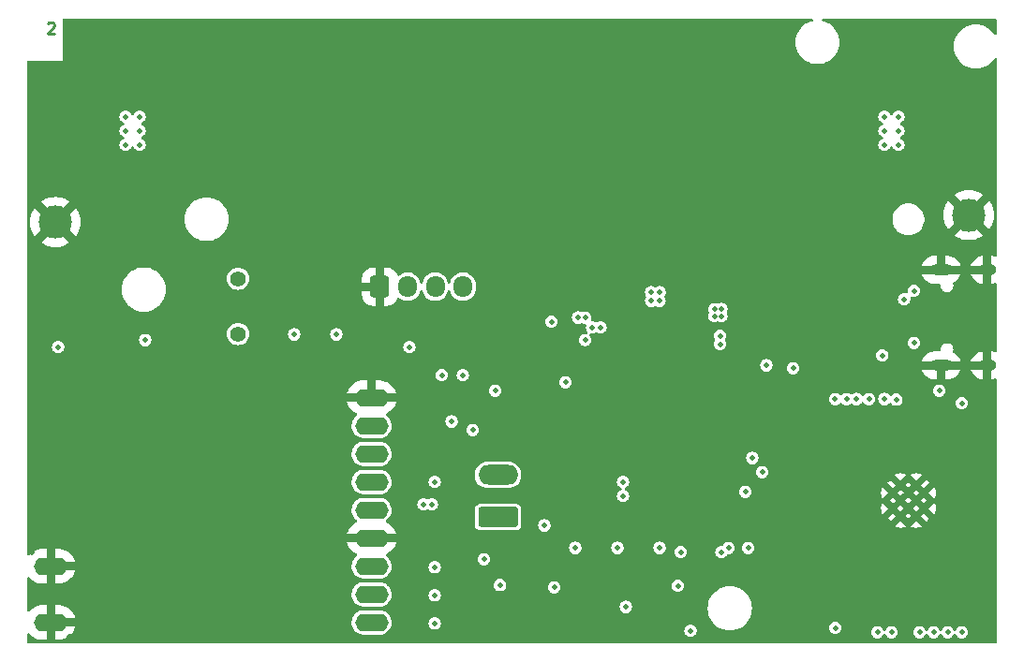
<source format=gbr>
%TF.GenerationSoftware,KiCad,Pcbnew,8.0.6-8.0.6-0~ubuntu24.04.1*%
%TF.CreationDate,2024-11-13T00:59:24+01:00*%
%TF.ProjectId,TinyTimer_V01,54696e79-5469-46d6-9572-5f5630312e6b,rev?*%
%TF.SameCoordinates,Original*%
%TF.FileFunction,Copper,L2,Inr*%
%TF.FilePolarity,Positive*%
%FSLAX46Y46*%
G04 Gerber Fmt 4.6, Leading zero omitted, Abs format (unit mm)*
G04 Created by KiCad (PCBNEW 8.0.6-8.0.6-0~ubuntu24.04.1) date 2024-11-13 00:59:24*
%MOMM*%
%LPD*%
G01*
G04 APERTURE LIST*
G04 Aperture macros list*
%AMRoundRect*
0 Rectangle with rounded corners*
0 $1 Rounding radius*
0 $2 $3 $4 $5 $6 $7 $8 $9 X,Y pos of 4 corners*
0 Add a 4 corners polygon primitive as box body*
4,1,4,$2,$3,$4,$5,$6,$7,$8,$9,$2,$3,0*
0 Add four circle primitives for the rounded corners*
1,1,$1+$1,$2,$3*
1,1,$1+$1,$4,$5*
1,1,$1+$1,$6,$7*
1,1,$1+$1,$8,$9*
0 Add four rect primitives between the rounded corners*
20,1,$1+$1,$2,$3,$4,$5,0*
20,1,$1+$1,$4,$5,$6,$7,0*
20,1,$1+$1,$6,$7,$8,$9,0*
20,1,$1+$1,$8,$9,$2,$3,0*%
G04 Aperture macros list end*
%ADD10C,0.254000*%
%TA.AperFunction,NonConductor*%
%ADD11C,0.254000*%
%TD*%
%TA.AperFunction,ComponentPad*%
%ADD12C,3.000000*%
%TD*%
%TA.AperFunction,HeatsinkPad*%
%ADD13C,0.600000*%
%TD*%
%TA.AperFunction,ComponentPad*%
%ADD14RoundRect,0.250000X1.550000X-0.650000X1.550000X0.650000X-1.550000X0.650000X-1.550000X-0.650000X0*%
%TD*%
%TA.AperFunction,ComponentPad*%
%ADD15O,3.600000X1.800000*%
%TD*%
%TA.AperFunction,ComponentPad*%
%ADD16RoundRect,0.250000X-0.600000X-0.725000X0.600000X-0.725000X0.600000X0.725000X-0.600000X0.725000X0*%
%TD*%
%TA.AperFunction,ComponentPad*%
%ADD17O,1.700000X1.950000*%
%TD*%
%TA.AperFunction,ComponentPad*%
%ADD18O,2.100000X1.000000*%
%TD*%
%TA.AperFunction,ComponentPad*%
%ADD19O,1.600000X1.000000*%
%TD*%
%TA.AperFunction,ComponentPad*%
%ADD20O,3.000000X1.600000*%
%TD*%
%TA.AperFunction,ComponentPad*%
%ADD21C,1.408000*%
%TD*%
%TA.AperFunction,ViaPad*%
%ADD22C,0.508000*%
%TD*%
G04 APERTURE END LIST*
D10*
D11*
X2503714Y56723426D02*
X2552095Y56771807D01*
X2552095Y56771807D02*
X2648857Y56820188D01*
X2648857Y56820188D02*
X2890762Y56820188D01*
X2890762Y56820188D02*
X2987524Y56771807D01*
X2987524Y56771807D02*
X3035905Y56723426D01*
X3035905Y56723426D02*
X3084286Y56626664D01*
X3084286Y56626664D02*
X3084286Y56529902D01*
X3084286Y56529902D02*
X3035905Y56384759D01*
X3035905Y56384759D02*
X2455333Y55804188D01*
X2455333Y55804188D02*
X3084286Y55804188D01*
D12*
%TO.N,GND*%
%TO.C,TP20*%
X85725000Y39370000D03*
%TD*%
D13*
%TO.N,GND*%
%TO.C,U1*%
X80970000Y14965000D03*
X79570000Y14965000D03*
X81670000Y14265000D03*
X80270000Y14265000D03*
X78870000Y14265000D03*
X80970000Y13565000D03*
X79570000Y13565000D03*
X81670000Y12865000D03*
X80270000Y12865000D03*
X78870000Y12865000D03*
X80970000Y12165000D03*
X79570000Y12165000D03*
%TD*%
D14*
%TO.N,Net-(D4-K)*%
%TO.C,SW4*%
X43180000Y12065000D03*
D15*
%TO.N,VDD*%
X43180000Y15875000D03*
%TD*%
D16*
%TO.N,GND*%
%TO.C,J3*%
X32505000Y32893000D03*
D17*
%TO.N,+3V3*%
X35005000Y32893000D03*
%TO.N,SCL*%
X37505000Y32893000D03*
%TO.N,SDA*%
X40005000Y32893000D03*
%TD*%
D12*
%TO.N,GND*%
%TO.C,TP19*%
X3175000Y38735000D03*
%TD*%
D18*
%TO.N,GND*%
%TO.C,J1*%
X83230000Y25775000D03*
D19*
X87410000Y25775000D03*
D18*
X83230000Y34415000D03*
D19*
X87410000Y34415000D03*
%TD*%
D20*
%TO.N,GND*%
%TO.C,U4*%
X31750000Y22860000D03*
%TO.N,unconnected-(U4-Video-Pad2)*%
X31750000Y20320000D03*
%TO.N,unconnected-(U4-A6.5m-Pad3)*%
X31750000Y17780000D03*
%TO.N,Net-(U4-RSSI)*%
X31750000Y15240000D03*
%TO.N,+3V3*%
X31750000Y12700000D03*
%TO.N,GND*%
X31750000Y10160000D03*
%TO.N,Net-(U4-SCLK)*%
X31750000Y7620000D03*
%TO.N,Net-(U4-{slash}SS)*%
X31750000Y5080000D03*
%TO.N,Net-(U4-MOSI)*%
X31750000Y2540000D03*
%TO.N,GND*%
X2750000Y7620000D03*
X2750000Y2540000D03*
%TD*%
D21*
%TO.N,Net-(Q3-D)*%
%TO.C,LS1*%
X19685000Y33615000D03*
%TO.N,+3V3*%
X19685000Y28615000D03*
%TD*%
D22*
%TO.N,+3V3*%
X43371000Y5905000D03*
X57785000Y9271000D03*
X53975000Y9271000D03*
X35179000Y27432000D03*
X63246000Y27686000D03*
X65532000Y14351000D03*
X38100000Y24892000D03*
X36449000Y13208000D03*
X40005000Y24892000D03*
X59690000Y8890000D03*
X50165000Y9271000D03*
X63246000Y28448000D03*
X83058000Y23495000D03*
X37211000Y13208000D03*
X11303000Y28067000D03*
X47371000Y11303000D03*
%TO.N,GND*%
X47625000Y31687000D03*
X1905000Y9525000D03*
X12700000Y20320000D03*
X29210000Y20320000D03*
X5080000Y2540000D03*
X21590000Y1270000D03*
X27305000Y1270000D03*
X72263000Y32512000D03*
X10160000Y1270000D03*
X46990000Y29718000D03*
X29210000Y16510000D03*
X6350000Y25400000D03*
X43307000Y27432000D03*
X59309000Y11430000D03*
X4445000Y1270000D03*
X5080000Y6350000D03*
X3810000Y9525000D03*
X2540000Y25400000D03*
X17780000Y1270000D03*
X7620000Y10160000D03*
X54864000Y22098000D03*
X27940000Y20320000D03*
X17780000Y20320000D03*
X15240000Y7620000D03*
X61595000Y33782000D03*
X37338000Y17078000D03*
X10160000Y2540000D03*
X29210000Y22225000D03*
X25400000Y25400000D03*
X15875000Y1270000D03*
X1270000Y22225000D03*
X12700000Y5080000D03*
X37973000Y10160000D03*
X8255000Y1270000D03*
X25400000Y2540000D03*
X23495000Y25400000D03*
X10160000Y25400000D03*
X87630000Y23876000D03*
X1270000Y16510000D03*
X12700000Y10160000D03*
X25400000Y1270000D03*
X1270000Y12700000D03*
X15240000Y12700000D03*
X15240000Y17780000D03*
X25400000Y22860000D03*
X27305000Y25400000D03*
X62103000Y25527000D03*
X15240000Y2540000D03*
X20320000Y22860000D03*
X54102000Y29464000D03*
X20320000Y12700000D03*
X25400000Y12700000D03*
X13970000Y1270000D03*
X60960000Y34417000D03*
X61595000Y34417000D03*
X52070000Y9271000D03*
X7620000Y5080000D03*
X22860000Y10160000D03*
X17780000Y25400000D03*
X21590000Y25400000D03*
X2540000Y20320000D03*
X10160000Y22860000D03*
X29210000Y6985000D03*
X76835000Y27686000D03*
X23495000Y1270000D03*
X1016000Y8890000D03*
X13970000Y25400000D03*
X29210000Y25400000D03*
X48260000Y9271000D03*
X43497000Y22670000D03*
X49276000Y22733000D03*
X47752000Y1524000D03*
X19685000Y25400000D03*
X12700000Y15240000D03*
X22860000Y15240000D03*
X29210000Y24130000D03*
X60960000Y33782000D03*
X45720000Y1524000D03*
X20320000Y7620000D03*
X63373000Y23622000D03*
X2794000Y1016000D03*
X8255000Y25400000D03*
X31750000Y24765000D03*
X15875000Y25400000D03*
X29210000Y10795000D03*
X17780000Y15240000D03*
X22860000Y20320000D03*
X64262000Y18923000D03*
X72517000Y28575000D03*
X29210000Y3175000D03*
X20320000Y17780000D03*
X50927000Y13589000D03*
X27940000Y15240000D03*
X77870000Y35943000D03*
X5080000Y17780000D03*
X5080000Y8255000D03*
X87630000Y1651000D03*
X12065000Y25400000D03*
X64770000Y33528000D03*
X10160000Y7620000D03*
X19685000Y1270000D03*
X10160000Y12700000D03*
X4445000Y25400000D03*
X79883000Y23495000D03*
X20320000Y2540000D03*
X1270000Y20320000D03*
X63373000Y15240000D03*
X31623000Y1016000D03*
X25400000Y7620000D03*
X22860000Y5080000D03*
X6350000Y1270000D03*
X52070000Y25400000D03*
X68072000Y17653000D03*
X1016000Y34035000D03*
X27940000Y10160000D03*
X2540000Y10160000D03*
X5080000Y12700000D03*
X29210000Y5080000D03*
X2540000Y15240000D03*
X29210000Y1270000D03*
X1270000Y14605000D03*
X77870000Y32387000D03*
X35179000Y25908000D03*
X29210000Y8890000D03*
X7620000Y15240000D03*
X10160000Y17780000D03*
X15240000Y22860000D03*
X7620000Y20320000D03*
X1270000Y10795000D03*
X80772000Y26837000D03*
X5080000Y22860000D03*
X55880000Y9271000D03*
X75946000Y24009000D03*
X29210000Y14605000D03*
X12065000Y1270000D03*
X17780000Y5080000D03*
X29210000Y18415000D03*
X44450000Y31496000D03*
X25400000Y17780000D03*
X28448000Y30480000D03*
X29210000Y12700000D03*
X1270000Y24130000D03*
X1270000Y18415000D03*
X5080000Y4445000D03*
X27940000Y5080000D03*
X17780000Y10160000D03*
X30607000Y25400000D03*
%TO.N,{slash}RESET*%
X85090000Y22352000D03*
X67056000Y16129000D03*
X59436000Y5842000D03*
X48260000Y5715000D03*
%TO.N,BOOT0*%
X54737000Y3937000D03*
%TO.N,USER_BUTTON*%
X78105000Y22733000D03*
X66167000Y17399000D03*
%TO.N,VBUS*%
X80772000Y32514000D03*
X80772000Y27815000D03*
%TO.N,VDD*%
X51054000Y28080000D03*
X49276000Y24257000D03*
X52451000Y29210000D03*
X51689000Y29210000D03*
%TO.N,+BATT*%
X78105000Y46990000D03*
X79375000Y46990000D03*
X78105000Y48260000D03*
X63373000Y30861000D03*
X62738000Y30861000D03*
X78105000Y45720000D03*
X79375000Y45720000D03*
X62738000Y30226000D03*
X63373000Y30226000D03*
X79375000Y48260000D03*
%TO.N,Net-(Q4-D)*%
X57785000Y32385000D03*
X9525000Y46990000D03*
X57785000Y31623000D03*
X10795000Y48260000D03*
X9525000Y45720000D03*
X9525000Y48260000D03*
X10795000Y45720000D03*
X10795000Y46990000D03*
X57023000Y32385000D03*
X57023000Y31623000D03*
%TO.N,Net-(D8-K)*%
X42926000Y23495000D03*
X67437000Y25781000D03*
%TO.N,Net-(J1-CC2)*%
X79883000Y31750000D03*
X77915000Y26670000D03*
%TO.N,RTS*%
X54483000Y13970000D03*
%TO.N,DTR*%
X54483000Y15240000D03*
%TO.N,RXD0*%
X64008000Y9271000D03*
X82550000Y1651000D03*
%TO.N,TXD0*%
X65786000Y9271000D03*
X83820000Y1651000D03*
%TO.N,USER_LED*%
X81280000Y1651000D03*
X41910000Y8255000D03*
%TO.N,SCLK*%
X60579000Y1778000D03*
X37465000Y7523000D03*
%TO.N,{slash}SS*%
X37465000Y4983000D03*
X85090000Y1651000D03*
%TO.N,MOSI*%
X37465000Y2443000D03*
X78740000Y1651000D03*
%TO.N,RSSI*%
X37465000Y15240000D03*
X76708000Y22733000D03*
%TO.N,BATT_ADC*%
X79184500Y22669500D03*
X69850000Y25527000D03*
%TO.N,Net-(Q3-G)*%
X24765000Y28575000D03*
%TO.N,BUZZ_CTRL*%
X73640000Y22733000D03*
X28575000Y28575000D03*
%TO.N,LED_CTRL*%
X3429000Y27431000D03*
X77470000Y1651000D03*
%TO.N,SCL*%
X74676000Y22733000D03*
X38989000Y20701000D03*
%TO.N,SDA*%
X75565000Y22733000D03*
X40894000Y19939000D03*
%TO.N,Net-(U1-IO16)*%
X63373000Y8890000D03*
X73660000Y2032000D03*
%TO.N,{slash}EN_3V3*%
X48006000Y29718000D03*
%TO.N,Net-(D4-K)*%
X51054000Y30099000D03*
X50419000Y30099000D03*
%TD*%
%TA.AperFunction,Conductor*%
%TO.N,GND*%
G36*
X71599414Y57130315D02*
G01*
X71645169Y57077511D01*
X71655113Y57008353D01*
X71626088Y56944797D01*
X71567310Y56907023D01*
X71558733Y56904834D01*
X71492022Y56890322D01*
X71492017Y56890321D01*
X71492016Y56890320D01*
X71428003Y56866445D01*
X71227249Y56791568D01*
X71227245Y56791566D01*
X70979241Y56656145D01*
X70979233Y56656140D01*
X70753025Y56486804D01*
X70753007Y56486788D01*
X70553212Y56286993D01*
X70553196Y56286975D01*
X70383860Y56060767D01*
X70383855Y56060759D01*
X70248434Y55812755D01*
X70248432Y55812751D01*
X70149678Y55547978D01*
X70089613Y55271867D01*
X70069454Y54990002D01*
X70069454Y54989999D01*
X70089613Y54708134D01*
X70149678Y54432023D01*
X70149680Y54432016D01*
X70210993Y54267628D01*
X70248432Y54167250D01*
X70248434Y54167246D01*
X70383855Y53919242D01*
X70383860Y53919234D01*
X70553196Y53693026D01*
X70553212Y53693008D01*
X70753007Y53493213D01*
X70753025Y53493197D01*
X70979233Y53323861D01*
X70979241Y53323856D01*
X71227245Y53188435D01*
X71227249Y53188433D01*
X71227251Y53188432D01*
X71492016Y53089680D01*
X71630077Y53059647D01*
X71768133Y53029614D01*
X71768135Y53029614D01*
X71768139Y53029613D01*
X71979447Y53014500D01*
X72120553Y53014500D01*
X72331861Y53029613D01*
X72607984Y53089680D01*
X72872749Y53188432D01*
X73120764Y53323859D01*
X73346982Y53493203D01*
X73546797Y53693018D01*
X73716141Y53919236D01*
X73851568Y54167251D01*
X73950320Y54432016D01*
X74010387Y54708139D01*
X74030546Y54990000D01*
X74010387Y55271861D01*
X73950320Y55547984D01*
X73851568Y55812749D01*
X73791154Y55923388D01*
X73716144Y56060759D01*
X73716139Y56060767D01*
X73546803Y56286975D01*
X73546787Y56286993D01*
X73346992Y56486788D01*
X73346974Y56486804D01*
X73120766Y56656140D01*
X73120758Y56656145D01*
X72872754Y56791566D01*
X72872750Y56791568D01*
X72772372Y56829007D01*
X72607984Y56890320D01*
X72607980Y56890321D01*
X72607977Y56890322D01*
X72541267Y56904834D01*
X72479944Y56938319D01*
X72446459Y56999642D01*
X72451443Y57069334D01*
X72493315Y57125267D01*
X72558779Y57149684D01*
X72567625Y57150000D01*
X88141000Y57150000D01*
X88208039Y57130315D01*
X88253794Y57077511D01*
X88265000Y57026000D01*
X88265000Y55775964D01*
X88245315Y55708925D01*
X88192511Y55663170D01*
X88123353Y55653226D01*
X88059797Y55682251D01*
X88041733Y55701653D01*
X87958563Y55812755D01*
X87875739Y55923395D01*
X87875734Y55923400D01*
X87875729Y55923406D01*
X87673405Y56125730D01*
X87673387Y56125746D01*
X87444317Y56297225D01*
X87444309Y56297230D01*
X87193166Y56434365D01*
X87193167Y56434365D01*
X87052572Y56486804D01*
X86925046Y56534369D01*
X86925043Y56534370D01*
X86925037Y56534372D01*
X86645433Y56595196D01*
X86431450Y56610500D01*
X86431448Y56610500D01*
X86288552Y56610500D01*
X86288549Y56610500D01*
X86074566Y56595196D01*
X85794962Y56534372D01*
X85526833Y56434365D01*
X85275690Y56297230D01*
X85275682Y56297225D01*
X85046612Y56125746D01*
X85046594Y56125730D01*
X84844270Y55923406D01*
X84844254Y55923388D01*
X84672775Y55694318D01*
X84672770Y55694310D01*
X84535635Y55443167D01*
X84435628Y55175038D01*
X84374804Y54895434D01*
X84354390Y54610002D01*
X84354390Y54609999D01*
X84374804Y54324567D01*
X84435628Y54044963D01*
X84435630Y54044957D01*
X84435631Y54044954D01*
X84535633Y53776839D01*
X84535635Y53776834D01*
X84672770Y53525691D01*
X84672775Y53525683D01*
X84844254Y53296613D01*
X84844270Y53296595D01*
X85046594Y53094271D01*
X85046612Y53094255D01*
X85275682Y52922776D01*
X85275690Y52922771D01*
X85526833Y52785636D01*
X85526832Y52785636D01*
X85526836Y52785635D01*
X85526839Y52785633D01*
X85794954Y52685631D01*
X85794960Y52685630D01*
X85794962Y52685629D01*
X86074566Y52624805D01*
X86074568Y52624805D01*
X86074572Y52624804D01*
X86288552Y52609500D01*
X86431448Y52609500D01*
X86645428Y52624804D01*
X86925046Y52685631D01*
X87193161Y52785633D01*
X87444315Y52922774D01*
X87673395Y53094261D01*
X87875739Y53296605D01*
X87986105Y53444037D01*
X88041733Y53518347D01*
X88097666Y53560219D01*
X88167358Y53565203D01*
X88228681Y53531718D01*
X88262166Y53470395D01*
X88265000Y53444037D01*
X88265000Y35733641D01*
X88245315Y35666602D01*
X88192511Y35620847D01*
X88123353Y35610903D01*
X88097430Y35617548D01*
X88047095Y35636439D01*
X87823586Y35677000D01*
X87791000Y35677000D01*
X87791000Y34705347D01*
X87766080Y34715000D01*
X87082198Y34715000D01*
X86999750Y34699588D01*
X86904390Y34640543D01*
X86836799Y34551038D01*
X86806105Y34443160D01*
X86816454Y34331479D01*
X86866448Y34231078D01*
X86949334Y34155516D01*
X87053920Y34115000D01*
X87737802Y34115000D01*
X87791000Y34124945D01*
X87791000Y33155190D01*
X87936247Y33168262D01*
X87936254Y33168263D01*
X88108011Y33215665D01*
X88177872Y33214525D01*
X88236026Y33175797D01*
X88264009Y33111776D01*
X88265000Y33096134D01*
X88265000Y27093641D01*
X88245315Y27026602D01*
X88192511Y26980847D01*
X88123353Y26970903D01*
X88097430Y26977548D01*
X88047095Y26996439D01*
X87823586Y27037000D01*
X87791000Y27037000D01*
X87791000Y26065347D01*
X87766080Y26075000D01*
X87082198Y26075000D01*
X86999750Y26059588D01*
X86904390Y26000543D01*
X86836799Y25911038D01*
X86806105Y25803160D01*
X86816454Y25691479D01*
X86866448Y25591078D01*
X86949334Y25515516D01*
X87053920Y25475000D01*
X87737802Y25475000D01*
X87791000Y25484945D01*
X87791000Y24515190D01*
X87936247Y24528262D01*
X87936254Y24528263D01*
X88108011Y24575665D01*
X88177872Y24574525D01*
X88236026Y24535797D01*
X88264009Y24471776D01*
X88265000Y24456134D01*
X88265000Y759000D01*
X88245315Y691961D01*
X88192511Y646206D01*
X88141000Y635000D01*
X759000Y635000D01*
X691961Y654685D01*
X646206Y707489D01*
X635000Y759000D01*
X635000Y1450204D01*
X654685Y1517243D01*
X707489Y1562998D01*
X776647Y1572942D01*
X840203Y1543917D01*
X848429Y1536101D01*
X1010824Y1367029D01*
X1010828Y1367025D01*
X1212442Y1215522D01*
X1212453Y1215516D01*
X1435750Y1098320D01*
X1674978Y1018454D01*
X1923899Y978000D01*
X2369000Y978000D01*
X2369000Y2159000D01*
X3131000Y2159000D01*
X3131000Y978000D01*
X3512943Y978000D01*
X3512962Y978001D01*
X3701377Y993211D01*
X3946248Y1053568D01*
X4178250Y1152414D01*
X4391416Y1287212D01*
X4580181Y1454443D01*
X4580185Y1454447D01*
X4739682Y1649796D01*
X4739686Y1649802D01*
X4865780Y1868202D01*
X4955212Y2104013D01*
X4955212Y2104014D01*
X4966437Y2159000D01*
X3131000Y2159000D01*
X2369000Y2159000D01*
X2369000Y2508605D01*
X2371114Y2508605D01*
X2401837Y2387281D01*
X2470289Y2282508D01*
X2569052Y2205637D01*
X2687424Y2165000D01*
X2781073Y2165000D01*
X2873446Y2180414D01*
X2983514Y2239981D01*
X3068278Y2332059D01*
X3118551Y2446670D01*
X3128886Y2571395D01*
X3123457Y2592832D01*
X29940930Y2592832D01*
X29950974Y2381984D01*
X30000458Y2178007D01*
X30000740Y2176844D01*
X30066888Y2032002D01*
X30088428Y1984836D01*
X30202386Y1824804D01*
X30210871Y1812889D01*
X30363644Y1667220D01*
X30525818Y1562998D01*
X30541218Y1553101D01*
X30737184Y1474648D01*
X30840820Y1454674D01*
X30944456Y1434700D01*
X30944457Y1434700D01*
X32502650Y1434700D01*
X32502656Y1434700D01*
X32660131Y1449737D01*
X32862667Y1509207D01*
X33050289Y1605933D01*
X33083430Y1631995D01*
X33216211Y1736416D01*
X33216214Y1736418D01*
X33252244Y1777999D01*
X60014874Y1777999D01*
X60034095Y1631995D01*
X60034096Y1631993D01*
X60088631Y1500334D01*
X60090453Y1495937D01*
X60180103Y1379103D01*
X60296937Y1289453D01*
X60432993Y1233096D01*
X60505996Y1223485D01*
X60578999Y1213874D01*
X60579000Y1213874D01*
X60579001Y1213874D01*
X60627669Y1220282D01*
X60725007Y1233096D01*
X60861063Y1289453D01*
X60977897Y1379103D01*
X61067547Y1495937D01*
X61123904Y1631993D01*
X61137652Y1736424D01*
X61143126Y1777999D01*
X61143126Y1778002D01*
X61129846Y1878874D01*
X61123904Y1924007D01*
X61067547Y2060063D01*
X60977897Y2176897D01*
X60861063Y2266547D01*
X60861059Y2266549D01*
X60725007Y2322904D01*
X60725005Y2322905D01*
X60579001Y2342126D01*
X60578999Y2342126D01*
X60432994Y2322905D01*
X60432992Y2322904D01*
X60296940Y2266549D01*
X60296937Y2266548D01*
X60296937Y2266547D01*
X60180103Y2176897D01*
X60104795Y2078753D01*
X60090451Y2060060D01*
X60034096Y1924008D01*
X60034095Y1924006D01*
X60014874Y1778002D01*
X60014874Y1777999D01*
X33252244Y1777999D01*
X33354446Y1895947D01*
X33459990Y2078753D01*
X33529030Y2278230D01*
X33552720Y2442999D01*
X36900874Y2442999D01*
X36920095Y2296995D01*
X36920096Y2296993D01*
X36969862Y2176847D01*
X36976453Y2160937D01*
X37066103Y2044103D01*
X37182937Y1954453D01*
X37318993Y1898096D01*
X37391996Y1888485D01*
X37464999Y1878874D01*
X37465000Y1878874D01*
X37465001Y1878874D01*
X37519090Y1885995D01*
X37611007Y1898096D01*
X37747063Y1954453D01*
X37863897Y2044103D01*
X37953547Y2160937D01*
X38009904Y2296993D01*
X38029126Y2443000D01*
X38009904Y2589007D01*
X37953547Y2725063D01*
X37863897Y2841897D01*
X37747063Y2931547D01*
X37747059Y2931549D01*
X37611007Y2987904D01*
X37611005Y2987905D01*
X37465001Y3007126D01*
X37464999Y3007126D01*
X37318994Y2987905D01*
X37318992Y2987904D01*
X37182940Y2931549D01*
X37182937Y2931548D01*
X37182937Y2931547D01*
X37066103Y2841897D01*
X36976931Y2725685D01*
X36976451Y2725060D01*
X36920096Y2589008D01*
X36920095Y2589006D01*
X36900874Y2443002D01*
X36900874Y2442999D01*
X33552720Y2442999D01*
X33559070Y2487168D01*
X33549026Y2698016D01*
X33499261Y2903153D01*
X33411572Y3095164D01*
X33289130Y3267110D01*
X33208929Y3343582D01*
X33136355Y3412781D01*
X32958786Y3526897D01*
X32958783Y3526898D01*
X32958782Y3526899D01*
X32762816Y3605352D01*
X32762814Y3605353D01*
X32555544Y3645300D01*
X32555543Y3645300D01*
X30997344Y3645300D01*
X30839869Y3630263D01*
X30839865Y3630262D01*
X30637335Y3570794D01*
X30449706Y3474065D01*
X30283788Y3343585D01*
X30283780Y3343577D01*
X30145553Y3184054D01*
X30145553Y3184053D01*
X30040013Y3001253D01*
X30040006Y3001237D01*
X29970970Y2801773D01*
X29941404Y2596126D01*
X29940930Y2592832D01*
X3123457Y2592832D01*
X3098163Y2692719D01*
X3029711Y2797492D01*
X2930948Y2874363D01*
X2812576Y2915000D01*
X2718927Y2915000D01*
X2626554Y2899586D01*
X2516486Y2840019D01*
X2431722Y2747941D01*
X2381449Y2633330D01*
X2371114Y2508605D01*
X2369000Y2508605D01*
X2369000Y4102000D01*
X3131000Y4102000D01*
X3131000Y2921000D01*
X4965848Y2921000D01*
X4965848Y2921001D01*
X4915248Y3095690D01*
X4915247Y3095693D01*
X4807131Y3323545D01*
X4663868Y3531095D01*
X4663861Y3531103D01*
X4489175Y3712972D01*
X4489171Y3712976D01*
X4287557Y3864479D01*
X4287546Y3864485D01*
X4149383Y3936999D01*
X54172874Y3936999D01*
X54192095Y3790995D01*
X54192096Y3790993D01*
X54248453Y3654937D01*
X54338103Y3538103D01*
X54454937Y3448453D01*
X54590993Y3392096D01*
X54663996Y3382485D01*
X54736999Y3372874D01*
X54737000Y3372874D01*
X54737001Y3372874D01*
X54785669Y3379282D01*
X54883007Y3392096D01*
X55019063Y3448453D01*
X55135897Y3538103D01*
X55225547Y3654937D01*
X55281904Y3790993D01*
X55284406Y3809999D01*
X62129390Y3809999D01*
X62149804Y3524567D01*
X62210628Y3244963D01*
X62210630Y3244957D01*
X62210631Y3244954D01*
X62299337Y3007126D01*
X62310635Y2976834D01*
X62447770Y2725691D01*
X62447775Y2725683D01*
X62619254Y2496613D01*
X62619270Y2496595D01*
X62821594Y2294271D01*
X62821612Y2294255D01*
X63050682Y2122776D01*
X63050690Y2122771D01*
X63301833Y1985636D01*
X63301832Y1985636D01*
X63301836Y1985635D01*
X63301839Y1985633D01*
X63569954Y1885631D01*
X63569960Y1885630D01*
X63569962Y1885629D01*
X63849566Y1824805D01*
X63849568Y1824805D01*
X63849572Y1824804D01*
X64063552Y1809500D01*
X64206448Y1809500D01*
X64420428Y1824804D01*
X64668985Y1878874D01*
X64700037Y1885629D01*
X64700037Y1885630D01*
X64700046Y1885631D01*
X64968161Y1985633D01*
X65053074Y2031999D01*
X73095874Y2031999D01*
X73115095Y1885995D01*
X73115096Y1885993D01*
X73159828Y1778000D01*
X73171453Y1749937D01*
X73261103Y1633103D01*
X73377937Y1543453D01*
X73513993Y1487096D01*
X73586996Y1477485D01*
X73659999Y1467874D01*
X73660000Y1467874D01*
X73660001Y1467874D01*
X73711454Y1474648D01*
X73806007Y1487096D01*
X73942063Y1543453D01*
X74058897Y1633103D01*
X74072629Y1650999D01*
X76905874Y1650999D01*
X76925095Y1504995D01*
X76925096Y1504993D01*
X76977241Y1379104D01*
X76981453Y1368937D01*
X77071103Y1252103D01*
X77187937Y1162453D01*
X77323993Y1106096D01*
X77383058Y1098320D01*
X77469999Y1086874D01*
X77470000Y1086874D01*
X77470001Y1086874D01*
X77518669Y1093282D01*
X77616007Y1106096D01*
X77752063Y1162453D01*
X77868897Y1252103D01*
X77958547Y1368937D01*
X77990439Y1445930D01*
X78034280Y1500334D01*
X78100574Y1522399D01*
X78168273Y1505120D01*
X78215884Y1453983D01*
X78219561Y1445930D01*
X78251450Y1368942D01*
X78251450Y1368941D01*
X78251452Y1368938D01*
X78251453Y1368937D01*
X78341103Y1252103D01*
X78457937Y1162453D01*
X78593993Y1106096D01*
X78653058Y1098320D01*
X78739999Y1086874D01*
X78740000Y1086874D01*
X78740001Y1086874D01*
X78788669Y1093282D01*
X78886007Y1106096D01*
X79022063Y1162453D01*
X79138897Y1252103D01*
X79228547Y1368937D01*
X79284904Y1504993D01*
X79301770Y1633104D01*
X79304126Y1650999D01*
X80715874Y1650999D01*
X80735095Y1504995D01*
X80735096Y1504993D01*
X80787241Y1379104D01*
X80791453Y1368937D01*
X80881103Y1252103D01*
X80997937Y1162453D01*
X81133993Y1106096D01*
X81193058Y1098320D01*
X81279999Y1086874D01*
X81280000Y1086874D01*
X81280001Y1086874D01*
X81328669Y1093282D01*
X81426007Y1106096D01*
X81562063Y1162453D01*
X81678897Y1252103D01*
X81768547Y1368937D01*
X81800439Y1445930D01*
X81844280Y1500334D01*
X81910574Y1522399D01*
X81978273Y1505120D01*
X82025884Y1453983D01*
X82029561Y1445930D01*
X82061450Y1368942D01*
X82061450Y1368941D01*
X82061452Y1368938D01*
X82061453Y1368937D01*
X82151103Y1252103D01*
X82267937Y1162453D01*
X82403993Y1106096D01*
X82463058Y1098320D01*
X82549999Y1086874D01*
X82550000Y1086874D01*
X82550001Y1086874D01*
X82598669Y1093282D01*
X82696007Y1106096D01*
X82832063Y1162453D01*
X82948897Y1252103D01*
X83038547Y1368937D01*
X83070439Y1445930D01*
X83114280Y1500334D01*
X83180574Y1522399D01*
X83248273Y1505120D01*
X83295884Y1453983D01*
X83299561Y1445930D01*
X83331450Y1368942D01*
X83331450Y1368941D01*
X83331452Y1368938D01*
X83331453Y1368937D01*
X83421103Y1252103D01*
X83537937Y1162453D01*
X83673993Y1106096D01*
X83733058Y1098320D01*
X83819999Y1086874D01*
X83820000Y1086874D01*
X83820001Y1086874D01*
X83868669Y1093282D01*
X83966007Y1106096D01*
X84102063Y1162453D01*
X84218897Y1252103D01*
X84308547Y1368937D01*
X84340439Y1445930D01*
X84384280Y1500334D01*
X84450574Y1522399D01*
X84518273Y1505120D01*
X84565884Y1453983D01*
X84569561Y1445930D01*
X84601450Y1368942D01*
X84601450Y1368941D01*
X84601452Y1368938D01*
X84601453Y1368937D01*
X84691103Y1252103D01*
X84807937Y1162453D01*
X84943993Y1106096D01*
X85003058Y1098320D01*
X85089999Y1086874D01*
X85090000Y1086874D01*
X85090001Y1086874D01*
X85138669Y1093282D01*
X85236007Y1106096D01*
X85372063Y1162453D01*
X85488897Y1252103D01*
X85578547Y1368937D01*
X85634904Y1504993D01*
X85651770Y1633104D01*
X85654126Y1650999D01*
X85654126Y1651002D01*
X85637195Y1779602D01*
X85634904Y1797007D01*
X85578547Y1933063D01*
X85488897Y2049897D01*
X85372063Y2139547D01*
X85372059Y2139549D01*
X85236007Y2195904D01*
X85236005Y2195905D01*
X85090001Y2215126D01*
X85089999Y2215126D01*
X84943994Y2195905D01*
X84943992Y2195904D01*
X84807940Y2139549D01*
X84807937Y2139548D01*
X84807937Y2139547D01*
X84691103Y2049897D01*
X84617866Y1954452D01*
X84601451Y1933060D01*
X84569561Y1856070D01*
X84525720Y1801667D01*
X84459426Y1779602D01*
X84391726Y1796881D01*
X84344116Y1848019D01*
X84340439Y1856070D01*
X84323031Y1898096D01*
X84308547Y1933063D01*
X84218897Y2049897D01*
X84102063Y2139547D01*
X84102059Y2139549D01*
X83966007Y2195904D01*
X83966005Y2195905D01*
X83820001Y2215126D01*
X83819999Y2215126D01*
X83673994Y2195905D01*
X83673992Y2195904D01*
X83537940Y2139549D01*
X83537937Y2139548D01*
X83537937Y2139547D01*
X83421103Y2049897D01*
X83347866Y1954452D01*
X83331451Y1933060D01*
X83299561Y1856070D01*
X83255720Y1801667D01*
X83189426Y1779602D01*
X83121726Y1796881D01*
X83074116Y1848019D01*
X83070439Y1856070D01*
X83053031Y1898096D01*
X83038547Y1933063D01*
X82948897Y2049897D01*
X82832063Y2139547D01*
X82832059Y2139549D01*
X82696007Y2195904D01*
X82696005Y2195905D01*
X82550001Y2215126D01*
X82549999Y2215126D01*
X82403994Y2195905D01*
X82403992Y2195904D01*
X82267940Y2139549D01*
X82267937Y2139548D01*
X82267937Y2139547D01*
X82151103Y2049897D01*
X82077866Y1954452D01*
X82061451Y1933060D01*
X82029561Y1856070D01*
X81985720Y1801667D01*
X81919426Y1779602D01*
X81851726Y1796881D01*
X81804116Y1848019D01*
X81800439Y1856070D01*
X81783031Y1898096D01*
X81768547Y1933063D01*
X81678897Y2049897D01*
X81562063Y2139547D01*
X81562059Y2139549D01*
X81426007Y2195904D01*
X81426005Y2195905D01*
X81280001Y2215126D01*
X81279999Y2215126D01*
X81133994Y2195905D01*
X81133992Y2195904D01*
X80997940Y2139549D01*
X80997937Y2139548D01*
X80997937Y2139547D01*
X80881103Y2049897D01*
X80807866Y1954452D01*
X80791451Y1933060D01*
X80735096Y1797008D01*
X80735095Y1797006D01*
X80715874Y1651002D01*
X80715874Y1650999D01*
X79304126Y1650999D01*
X79304126Y1651002D01*
X79287195Y1779602D01*
X79284904Y1797007D01*
X79228547Y1933063D01*
X79138897Y2049897D01*
X79022063Y2139547D01*
X79022059Y2139549D01*
X78886007Y2195904D01*
X78886005Y2195905D01*
X78740001Y2215126D01*
X78739999Y2215126D01*
X78593994Y2195905D01*
X78593992Y2195904D01*
X78457940Y2139549D01*
X78457937Y2139548D01*
X78457937Y2139547D01*
X78341103Y2049897D01*
X78267866Y1954452D01*
X78251451Y1933060D01*
X78219561Y1856070D01*
X78175720Y1801667D01*
X78109426Y1779602D01*
X78041726Y1796881D01*
X77994116Y1848019D01*
X77990439Y1856070D01*
X77973031Y1898096D01*
X77958547Y1933063D01*
X77868897Y2049897D01*
X77752063Y2139547D01*
X77752059Y2139549D01*
X77616007Y2195904D01*
X77616005Y2195905D01*
X77470001Y2215126D01*
X77469999Y2215126D01*
X77323994Y2195905D01*
X77323992Y2195904D01*
X77187940Y2139549D01*
X77187937Y2139548D01*
X77187937Y2139547D01*
X77071103Y2049897D01*
X76997866Y1954452D01*
X76981451Y1933060D01*
X76925096Y1797008D01*
X76925095Y1797006D01*
X76905874Y1651002D01*
X76905874Y1650999D01*
X74072629Y1650999D01*
X74148547Y1749937D01*
X74204904Y1885993D01*
X74224126Y2032000D01*
X74222532Y2044104D01*
X74204904Y2178006D01*
X74204904Y2178007D01*
X74148547Y2314063D01*
X74058897Y2430897D01*
X73942063Y2520547D01*
X73942059Y2520549D01*
X73806007Y2576904D01*
X73806005Y2576905D01*
X73660001Y2596126D01*
X73659999Y2596126D01*
X73513994Y2576905D01*
X73513992Y2576904D01*
X73377940Y2520549D01*
X73377937Y2520548D01*
X73377937Y2520547D01*
X73346722Y2496595D01*
X73261103Y2430897D01*
X73171451Y2314060D01*
X73115096Y2178008D01*
X73115095Y2178006D01*
X73095874Y2032002D01*
X73095874Y2031999D01*
X65053074Y2031999D01*
X65219315Y2122774D01*
X65448395Y2294261D01*
X65650739Y2496605D01*
X65822226Y2725685D01*
X65959367Y2976839D01*
X66059369Y3244954D01*
X66120196Y3524572D01*
X66140610Y3810000D01*
X66120196Y4095428D01*
X66118766Y4102000D01*
X66059371Y4375038D01*
X66059370Y4375040D01*
X66059369Y4375046D01*
X65959367Y4643161D01*
X65919131Y4716847D01*
X65822229Y4894310D01*
X65822224Y4894318D01*
X65650745Y5123388D01*
X65650729Y5123406D01*
X65448405Y5325730D01*
X65448387Y5325746D01*
X65219317Y5497225D01*
X65219309Y5497230D01*
X64968166Y5634365D01*
X64968167Y5634365D01*
X64860915Y5674368D01*
X64700046Y5734369D01*
X64700043Y5734370D01*
X64700037Y5734372D01*
X64420433Y5795196D01*
X64206450Y5810500D01*
X64206448Y5810500D01*
X64063552Y5810500D01*
X64063549Y5810500D01*
X63849566Y5795196D01*
X63569962Y5734372D01*
X63301833Y5634365D01*
X63050690Y5497230D01*
X63050682Y5497225D01*
X62821612Y5325746D01*
X62821594Y5325730D01*
X62619270Y5123406D01*
X62619254Y5123388D01*
X62447775Y4894318D01*
X62447770Y4894310D01*
X62310635Y4643167D01*
X62210628Y4375038D01*
X62149804Y4095434D01*
X62129390Y3810002D01*
X62129390Y3809999D01*
X55284406Y3809999D01*
X55301126Y3937000D01*
X55281904Y4083007D01*
X55225547Y4219063D01*
X55135897Y4335897D01*
X55019063Y4425547D01*
X55019059Y4425549D01*
X54883007Y4481904D01*
X54883005Y4481905D01*
X54737001Y4501126D01*
X54736999Y4501126D01*
X54590994Y4481905D01*
X54590992Y4481904D01*
X54454940Y4425549D01*
X54454937Y4425548D01*
X54454937Y4425547D01*
X54360249Y4352890D01*
X54338103Y4335897D01*
X54248451Y4219060D01*
X54192096Y4083008D01*
X54192095Y4083006D01*
X54172874Y3937002D01*
X54172874Y3936999D01*
X4149383Y3936999D01*
X4064249Y3981681D01*
X3825021Y4061547D01*
X3576101Y4102000D01*
X3131000Y4102000D01*
X2369000Y4102000D01*
X1987037Y4102000D01*
X1798622Y4086790D01*
X1553751Y4026433D01*
X1321749Y3927587D01*
X1108583Y3792789D01*
X919818Y3625558D01*
X919814Y3625554D01*
X855051Y3546233D01*
X797404Y3506753D01*
X727565Y3504707D01*
X667705Y3540744D01*
X636832Y3603422D01*
X635000Y3624656D01*
X635000Y5132832D01*
X29940930Y5132832D01*
X29950974Y4921984D01*
X29976145Y4818228D01*
X30000740Y4716844D01*
X30088427Y4524838D01*
X30088428Y4524836D01*
X30163883Y4418874D01*
X30210871Y4352889D01*
X30363644Y4207220D01*
X30537597Y4095428D01*
X30541218Y4093101D01*
X30737184Y4014648D01*
X30840820Y3994674D01*
X30944456Y3974700D01*
X30944457Y3974700D01*
X32502650Y3974700D01*
X32502656Y3974700D01*
X32660131Y3989737D01*
X32862667Y4049207D01*
X33050289Y4145933D01*
X33216214Y4276418D01*
X33354446Y4435947D01*
X33459990Y4618753D01*
X33529030Y4818230D01*
X33552720Y4982999D01*
X36900874Y4982999D01*
X36920095Y4836995D01*
X36920096Y4836993D01*
X36969862Y4716847D01*
X36976453Y4700937D01*
X37066103Y4584103D01*
X37182937Y4494453D01*
X37318993Y4438096D01*
X37391996Y4428485D01*
X37464999Y4418874D01*
X37465000Y4418874D01*
X37465001Y4418874D01*
X37515702Y4425549D01*
X37611007Y4438096D01*
X37747063Y4494453D01*
X37863897Y4584103D01*
X37953547Y4700937D01*
X38009904Y4836993D01*
X38029126Y4983000D01*
X38009904Y5129007D01*
X37953547Y5265063D01*
X37863897Y5381897D01*
X37747063Y5471547D01*
X37747059Y5471549D01*
X37611007Y5527904D01*
X37611005Y5527905D01*
X37465001Y5547126D01*
X37464999Y5547126D01*
X37318994Y5527905D01*
X37318992Y5527904D01*
X37182940Y5471549D01*
X37182937Y5471548D01*
X37182937Y5471547D01*
X37066103Y5381897D01*
X36986284Y5277874D01*
X36976451Y5265060D01*
X36920096Y5129008D01*
X36920095Y5129006D01*
X36900874Y4983002D01*
X36900874Y4982999D01*
X33552720Y4982999D01*
X33559070Y5027168D01*
X33549026Y5238016D01*
X33499261Y5443153D01*
X33411572Y5635164D01*
X33289130Y5807110D01*
X33252540Y5841999D01*
X33186467Y5904999D01*
X42806874Y5904999D01*
X42826095Y5758995D01*
X42826096Y5758993D01*
X42877388Y5635163D01*
X42882453Y5622937D01*
X42972103Y5506103D01*
X43088937Y5416453D01*
X43224993Y5360096D01*
X43275452Y5353453D01*
X43370999Y5340874D01*
X43371000Y5340874D01*
X43371001Y5340874D01*
X43419669Y5347282D01*
X43517007Y5360096D01*
X43653063Y5416453D01*
X43769897Y5506103D01*
X43859547Y5622937D01*
X43897681Y5714999D01*
X47695874Y5714999D01*
X47715095Y5568995D01*
X47715096Y5568993D01*
X47767241Y5443104D01*
X47771453Y5432937D01*
X47861103Y5316103D01*
X47977937Y5226453D01*
X48113993Y5170096D01*
X48186996Y5160485D01*
X48259999Y5150874D01*
X48260000Y5150874D01*
X48260001Y5150874D01*
X48308669Y5157282D01*
X48406007Y5170096D01*
X48542063Y5226453D01*
X48658897Y5316103D01*
X48748547Y5432937D01*
X48804904Y5568993D01*
X48824126Y5715000D01*
X48807406Y5841999D01*
X58871874Y5841999D01*
X58891095Y5695995D01*
X58891096Y5695993D01*
X58921355Y5622941D01*
X58947453Y5559937D01*
X59037103Y5443103D01*
X59153937Y5353453D01*
X59289993Y5297096D01*
X59362996Y5287485D01*
X59435999Y5277874D01*
X59436000Y5277874D01*
X59436001Y5277874D01*
X59484669Y5284282D01*
X59582007Y5297096D01*
X59718063Y5353453D01*
X59834897Y5443103D01*
X59924547Y5559937D01*
X59980904Y5695993D01*
X60000126Y5842000D01*
X59980904Y5988007D01*
X59924547Y6124063D01*
X59834897Y6240897D01*
X59718063Y6330547D01*
X59718059Y6330549D01*
X59582007Y6386904D01*
X59582005Y6386905D01*
X59436001Y6406126D01*
X59435999Y6406126D01*
X59289994Y6386905D01*
X59289992Y6386904D01*
X59153940Y6330549D01*
X59153937Y6330548D01*
X59153937Y6330547D01*
X59037103Y6240897D01*
X58954747Y6133568D01*
X58947451Y6124060D01*
X58891096Y5988008D01*
X58891095Y5988006D01*
X58871874Y5842002D01*
X58871874Y5841999D01*
X48807406Y5841999D01*
X48804904Y5861007D01*
X48748547Y5997063D01*
X48658897Y6113897D01*
X48542063Y6203547D01*
X48542059Y6203549D01*
X48406007Y6259904D01*
X48406005Y6259905D01*
X48260001Y6279126D01*
X48259999Y6279126D01*
X48113994Y6259905D01*
X48113992Y6259904D01*
X47977940Y6203549D01*
X47977937Y6203548D01*
X47977937Y6203547D01*
X47861103Y6113897D01*
X47818213Y6058001D01*
X47771451Y5997060D01*
X47715096Y5861008D01*
X47715095Y5861006D01*
X47695874Y5715002D01*
X47695874Y5714999D01*
X43897681Y5714999D01*
X43915904Y5758993D01*
X43935126Y5905000D01*
X43915904Y6051007D01*
X43859547Y6187063D01*
X43769897Y6303897D01*
X43653063Y6393547D01*
X43653059Y6393549D01*
X43517007Y6449904D01*
X43517005Y6449905D01*
X43371001Y6469126D01*
X43370999Y6469126D01*
X43224994Y6449905D01*
X43224992Y6449904D01*
X43088940Y6393549D01*
X42972103Y6303897D01*
X42882451Y6187060D01*
X42826096Y6051008D01*
X42826095Y6051006D01*
X42806874Y5905002D01*
X42806874Y5904999D01*
X33186467Y5904999D01*
X33136355Y5952781D01*
X32958786Y6066897D01*
X32958783Y6066898D01*
X32958782Y6066899D01*
X32762816Y6145352D01*
X32762814Y6145353D01*
X32555544Y6185300D01*
X32555543Y6185300D01*
X30997344Y6185300D01*
X30839869Y6170263D01*
X30839865Y6170262D01*
X30637335Y6110794D01*
X30449706Y6014065D01*
X30283788Y5883585D01*
X30283780Y5883577D01*
X30145553Y5724054D01*
X30145553Y5724053D01*
X30040013Y5541253D01*
X30040006Y5541237D01*
X29970970Y5341773D01*
X29946288Y5170096D01*
X29940930Y5132832D01*
X635000Y5132832D01*
X635000Y6530204D01*
X654685Y6597243D01*
X707489Y6642998D01*
X776647Y6652942D01*
X840203Y6623917D01*
X848429Y6616101D01*
X1010824Y6447029D01*
X1010828Y6447025D01*
X1212442Y6295522D01*
X1212453Y6295516D01*
X1435750Y6178320D01*
X1674978Y6098454D01*
X1923899Y6058000D01*
X2369000Y6058000D01*
X2369000Y7239000D01*
X3131000Y7239000D01*
X3131000Y6058000D01*
X3512943Y6058000D01*
X3512962Y6058001D01*
X3701377Y6073211D01*
X3946248Y6133568D01*
X4178250Y6232414D01*
X4391416Y6367212D01*
X4580181Y6534443D01*
X4580185Y6534447D01*
X4739682Y6729796D01*
X4739686Y6729802D01*
X4865780Y6948202D01*
X4955212Y7184013D01*
X4955212Y7184014D01*
X4966437Y7239000D01*
X3131000Y7239000D01*
X2369000Y7239000D01*
X2369000Y7588605D01*
X2371114Y7588605D01*
X2401837Y7467281D01*
X2470289Y7362508D01*
X2569052Y7285637D01*
X2687424Y7245000D01*
X2781073Y7245000D01*
X2873446Y7260414D01*
X2983514Y7319981D01*
X3068278Y7412059D01*
X3118551Y7526670D01*
X3128886Y7651395D01*
X3098163Y7772719D01*
X3029711Y7877492D01*
X2930948Y7954363D01*
X2812576Y7995000D01*
X2718927Y7995000D01*
X2626554Y7979586D01*
X2516486Y7920019D01*
X2431722Y7827941D01*
X2381449Y7713330D01*
X2371114Y7588605D01*
X2369000Y7588605D01*
X2369000Y9182000D01*
X3131000Y9182000D01*
X3131000Y8001000D01*
X4965848Y8001000D01*
X4965848Y8001001D01*
X4915248Y8175690D01*
X4915247Y8175693D01*
X4807131Y8403545D01*
X4663868Y8611095D01*
X4663861Y8611103D01*
X4489175Y8792972D01*
X4489171Y8792976D01*
X4287557Y8944479D01*
X4287546Y8944485D01*
X4064249Y9061681D01*
X3825021Y9141547D01*
X3576101Y9182000D01*
X3131000Y9182000D01*
X2369000Y9182000D01*
X1987037Y9182000D01*
X1798622Y9166790D01*
X1553751Y9106433D01*
X1321749Y9007587D01*
X1108583Y8872789D01*
X919818Y8705558D01*
X919814Y8705554D01*
X855051Y8626233D01*
X797404Y8586753D01*
X727565Y8584707D01*
X667705Y8620744D01*
X636832Y8683422D01*
X635000Y8704656D01*
X635000Y9779000D01*
X29534152Y9779000D01*
X29584751Y9604311D01*
X29584752Y9604308D01*
X29692868Y9376456D01*
X29836131Y9168906D01*
X29836138Y9168898D01*
X30010824Y8987029D01*
X30010828Y8987025D01*
X30212442Y8835522D01*
X30212453Y8835516D01*
X30399908Y8737131D01*
X30450120Y8688547D01*
X30466095Y8620528D01*
X30442760Y8554670D01*
X30418934Y8529865D01*
X30283788Y8423585D01*
X30283780Y8423577D01*
X30145553Y8264054D01*
X30145553Y8264053D01*
X30040013Y8081253D01*
X30040006Y8081237D01*
X29970970Y7881773D01*
X29946288Y7710096D01*
X29940930Y7672832D01*
X29950974Y7461984D01*
X29976145Y7358228D01*
X30000740Y7256844D01*
X30088427Y7064838D01*
X30088428Y7064836D01*
X30163883Y6958874D01*
X30210871Y6892889D01*
X30363644Y6747220D01*
X30525818Y6642998D01*
X30541218Y6633101D01*
X30737184Y6554648D01*
X30840820Y6534674D01*
X30944456Y6514700D01*
X30944457Y6514700D01*
X32502650Y6514700D01*
X32502656Y6514700D01*
X32660131Y6529737D01*
X32862667Y6589207D01*
X33050289Y6685933D01*
X33216214Y6816418D01*
X33354446Y6975947D01*
X33459990Y7158753D01*
X33529030Y7358230D01*
X33552720Y7522999D01*
X36900874Y7522999D01*
X36920095Y7376995D01*
X36920096Y7376993D01*
X36969862Y7256847D01*
X36976453Y7240937D01*
X37066103Y7124103D01*
X37182937Y7034453D01*
X37318993Y6978096D01*
X37391996Y6968485D01*
X37464999Y6958874D01*
X37465000Y6958874D01*
X37465001Y6958874D01*
X37513669Y6965282D01*
X37611007Y6978096D01*
X37747063Y7034453D01*
X37863897Y7124103D01*
X37953547Y7240937D01*
X38009904Y7376993D01*
X38029126Y7523000D01*
X38009904Y7669007D01*
X37953547Y7805063D01*
X37863897Y7921897D01*
X37747063Y8011547D01*
X37747059Y8011549D01*
X37611007Y8067904D01*
X37611005Y8067905D01*
X37465001Y8087126D01*
X37464999Y8087126D01*
X37318994Y8067905D01*
X37318992Y8067904D01*
X37182940Y8011549D01*
X37182937Y8011548D01*
X37182937Y8011547D01*
X37066103Y7921897D01*
X37015618Y7856103D01*
X36976451Y7805060D01*
X36920096Y7669008D01*
X36920095Y7669006D01*
X36900874Y7523002D01*
X36900874Y7522999D01*
X33552720Y7522999D01*
X33559070Y7567168D01*
X33549026Y7778016D01*
X33499261Y7983153D01*
X33411572Y8175164D01*
X33354722Y8254999D01*
X41345874Y8254999D01*
X41365095Y8108995D01*
X41365096Y8108993D01*
X41417219Y7983157D01*
X41421453Y7972937D01*
X41511103Y7856103D01*
X41627937Y7766453D01*
X41763993Y7710096D01*
X41836996Y7700485D01*
X41909999Y7690874D01*
X41910000Y7690874D01*
X41910001Y7690874D01*
X41958669Y7697282D01*
X42056007Y7710096D01*
X42192063Y7766453D01*
X42308897Y7856103D01*
X42398547Y7972937D01*
X42454904Y8108993D01*
X42474126Y8255000D01*
X42454904Y8401007D01*
X42398547Y8537063D01*
X42308897Y8653897D01*
X42192063Y8743547D01*
X42192059Y8743549D01*
X42056007Y8799904D01*
X42056005Y8799905D01*
X41910001Y8819126D01*
X41909999Y8819126D01*
X41763994Y8799905D01*
X41763992Y8799904D01*
X41627940Y8743549D01*
X41627937Y8743548D01*
X41627937Y8743547D01*
X41511103Y8653897D01*
X41434964Y8554670D01*
X41421451Y8537060D01*
X41365096Y8401008D01*
X41365095Y8401006D01*
X41345874Y8255002D01*
X41345874Y8254999D01*
X33354722Y8254999D01*
X33289130Y8347110D01*
X33232604Y8401008D01*
X33136357Y8492779D01*
X33088403Y8523597D01*
X33042649Y8576401D01*
X33032705Y8645559D01*
X33061730Y8709115D01*
X33106840Y8741990D01*
X33178253Y8772416D01*
X33391416Y8907212D01*
X33580181Y9074443D01*
X33580185Y9074447D01*
X33739682Y9269796D01*
X33739686Y9269802D01*
X33740377Y9270999D01*
X49600874Y9270999D01*
X49620095Y9124995D01*
X49620096Y9124993D01*
X49656955Y9036007D01*
X49676453Y8988937D01*
X49766103Y8872103D01*
X49882937Y8782453D01*
X50018993Y8726096D01*
X50091996Y8716485D01*
X50164999Y8706874D01*
X50165000Y8706874D01*
X50165001Y8706874D01*
X50213669Y8713282D01*
X50311007Y8726096D01*
X50447063Y8782453D01*
X50563897Y8872103D01*
X50653547Y8988937D01*
X50709904Y9124993D01*
X50722718Y9222331D01*
X50729126Y9270999D01*
X53410874Y9270999D01*
X53430095Y9124995D01*
X53430096Y9124993D01*
X53466955Y9036007D01*
X53486453Y8988937D01*
X53576103Y8872103D01*
X53692937Y8782453D01*
X53828993Y8726096D01*
X53901996Y8716485D01*
X53974999Y8706874D01*
X53975000Y8706874D01*
X53975001Y8706874D01*
X54023669Y8713282D01*
X54121007Y8726096D01*
X54257063Y8782453D01*
X54373897Y8872103D01*
X54463547Y8988937D01*
X54519904Y9124993D01*
X54532718Y9222331D01*
X54539126Y9270999D01*
X57220874Y9270999D01*
X57240095Y9124995D01*
X57240096Y9124993D01*
X57276955Y9036007D01*
X57296453Y8988937D01*
X57386103Y8872103D01*
X57502937Y8782453D01*
X57638993Y8726096D01*
X57711996Y8716485D01*
X57784999Y8706874D01*
X57785000Y8706874D01*
X57785001Y8706874D01*
X57833669Y8713282D01*
X57931007Y8726096D01*
X58067063Y8782453D01*
X58183897Y8872103D01*
X58197629Y8889999D01*
X59125874Y8889999D01*
X59145095Y8743995D01*
X59145096Y8743993D01*
X59200141Y8611103D01*
X59201453Y8607937D01*
X59291103Y8491103D01*
X59407937Y8401453D01*
X59543993Y8345096D01*
X59616996Y8335485D01*
X59689999Y8325874D01*
X59690000Y8325874D01*
X59690001Y8325874D01*
X59738669Y8332282D01*
X59836007Y8345096D01*
X59972063Y8401453D01*
X60088897Y8491103D01*
X60178547Y8607937D01*
X60234904Y8743993D01*
X60254126Y8889999D01*
X62808874Y8889999D01*
X62828095Y8743995D01*
X62828096Y8743993D01*
X62883141Y8611103D01*
X62884453Y8607937D01*
X62974103Y8491103D01*
X63090937Y8401453D01*
X63226993Y8345096D01*
X63299996Y8335485D01*
X63372999Y8325874D01*
X63373000Y8325874D01*
X63373001Y8325874D01*
X63421669Y8332282D01*
X63519007Y8345096D01*
X63655063Y8401453D01*
X63771897Y8491103D01*
X63861547Y8607937D01*
X63871570Y8632136D01*
X63915409Y8686538D01*
X63981702Y8708605D01*
X64002314Y8707623D01*
X64008000Y8706874D01*
X64154007Y8726096D01*
X64290063Y8782453D01*
X64406897Y8872103D01*
X64496547Y8988937D01*
X64552904Y9124993D01*
X64565718Y9222331D01*
X64572126Y9270999D01*
X65221874Y9270999D01*
X65241095Y9124995D01*
X65241096Y9124993D01*
X65277955Y9036007D01*
X65297453Y8988937D01*
X65387103Y8872103D01*
X65503937Y8782453D01*
X65639993Y8726096D01*
X65712996Y8716485D01*
X65785999Y8706874D01*
X65786000Y8706874D01*
X65786001Y8706874D01*
X65834669Y8713282D01*
X65932007Y8726096D01*
X66068063Y8782453D01*
X66184897Y8872103D01*
X66274547Y8988937D01*
X66330904Y9124993D01*
X66343718Y9222331D01*
X66350126Y9270999D01*
X66350126Y9271002D01*
X66330904Y9417006D01*
X66330904Y9417007D01*
X66274547Y9553063D01*
X66184897Y9669897D01*
X66068063Y9759547D01*
X66068059Y9759549D01*
X65932007Y9815904D01*
X65932005Y9815905D01*
X65786001Y9835126D01*
X65785999Y9835126D01*
X65639994Y9815905D01*
X65639992Y9815904D01*
X65503940Y9759549D01*
X65387103Y9669897D01*
X65297451Y9553060D01*
X65241096Y9417008D01*
X65241095Y9417006D01*
X65221874Y9271002D01*
X65221874Y9270999D01*
X64572126Y9270999D01*
X64572126Y9271002D01*
X64552904Y9417006D01*
X64552904Y9417007D01*
X64496547Y9553063D01*
X64406897Y9669897D01*
X64290063Y9759547D01*
X64290059Y9759549D01*
X64154007Y9815904D01*
X64154005Y9815905D01*
X64008001Y9835126D01*
X64007999Y9835126D01*
X63861994Y9815905D01*
X63861992Y9815904D01*
X63725940Y9759549D01*
X63609103Y9669897D01*
X63519450Y9553060D01*
X63519449Y9553057D01*
X63509426Y9528861D01*
X63465583Y9474459D01*
X63399288Y9452397D01*
X63378690Y9453378D01*
X63373006Y9454126D01*
X63372999Y9454126D01*
X63226994Y9434905D01*
X63226992Y9434904D01*
X63090940Y9378549D01*
X62974103Y9288897D01*
X62884451Y9172060D01*
X62828096Y9036008D01*
X62828095Y9036006D01*
X62808874Y8890002D01*
X62808874Y8889999D01*
X60254126Y8889999D01*
X60254126Y8890000D01*
X60234904Y9036007D01*
X60178547Y9172063D01*
X60088897Y9288897D01*
X59972063Y9378547D01*
X59972059Y9378549D01*
X59836007Y9434904D01*
X59836005Y9434905D01*
X59690001Y9454126D01*
X59689999Y9454126D01*
X59543994Y9434905D01*
X59543992Y9434904D01*
X59407940Y9378549D01*
X59291103Y9288897D01*
X59201451Y9172060D01*
X59145096Y9036008D01*
X59145095Y9036006D01*
X59125874Y8890002D01*
X59125874Y8889999D01*
X58197629Y8889999D01*
X58273547Y8988937D01*
X58329904Y9124993D01*
X58342718Y9222331D01*
X58349126Y9270999D01*
X58349126Y9271002D01*
X58329904Y9417006D01*
X58329904Y9417007D01*
X58273547Y9553063D01*
X58183897Y9669897D01*
X58067063Y9759547D01*
X58067059Y9759549D01*
X57931007Y9815904D01*
X57931005Y9815905D01*
X57785001Y9835126D01*
X57784999Y9835126D01*
X57638994Y9815905D01*
X57638992Y9815904D01*
X57502940Y9759549D01*
X57386103Y9669897D01*
X57296451Y9553060D01*
X57240096Y9417008D01*
X57240095Y9417006D01*
X57220874Y9271002D01*
X57220874Y9270999D01*
X54539126Y9270999D01*
X54539126Y9271002D01*
X54519904Y9417006D01*
X54519904Y9417007D01*
X54463547Y9553063D01*
X54373897Y9669897D01*
X54257063Y9759547D01*
X54257059Y9759549D01*
X54121007Y9815904D01*
X54121005Y9815905D01*
X53975001Y9835126D01*
X53974999Y9835126D01*
X53828994Y9815905D01*
X53828992Y9815904D01*
X53692940Y9759549D01*
X53576103Y9669897D01*
X53486451Y9553060D01*
X53430096Y9417008D01*
X53430095Y9417006D01*
X53410874Y9271002D01*
X53410874Y9270999D01*
X50729126Y9270999D01*
X50729126Y9271002D01*
X50709904Y9417006D01*
X50709904Y9417007D01*
X50653547Y9553063D01*
X50563897Y9669897D01*
X50447063Y9759547D01*
X50447059Y9759549D01*
X50311007Y9815904D01*
X50311005Y9815905D01*
X50165001Y9835126D01*
X50164999Y9835126D01*
X50018994Y9815905D01*
X50018992Y9815904D01*
X49882940Y9759549D01*
X49766103Y9669897D01*
X49676451Y9553060D01*
X49620096Y9417008D01*
X49620095Y9417006D01*
X49600874Y9271002D01*
X49600874Y9270999D01*
X33740377Y9270999D01*
X33865780Y9488202D01*
X33955212Y9724013D01*
X33955212Y9724014D01*
X33966437Y9779000D01*
X29534152Y9779000D01*
X635000Y9779000D01*
X635000Y10128605D01*
X31371114Y10128605D01*
X31401837Y10007281D01*
X31470289Y9902508D01*
X31569052Y9825637D01*
X31687424Y9785000D01*
X31781073Y9785000D01*
X31873446Y9800414D01*
X31983514Y9859981D01*
X32068278Y9952059D01*
X32118551Y10066670D01*
X32128886Y10191395D01*
X32098163Y10312719D01*
X32029711Y10417492D01*
X31930948Y10494363D01*
X31812576Y10535000D01*
X31718927Y10535000D01*
X31626554Y10519586D01*
X31516486Y10460019D01*
X31431722Y10367941D01*
X31381449Y10253330D01*
X31371114Y10128605D01*
X635000Y10128605D01*
X635000Y10541001D01*
X29533562Y10541001D01*
X29533563Y10541000D01*
X33965848Y10541000D01*
X33965848Y10541001D01*
X33915248Y10715690D01*
X33915247Y10715693D01*
X33807131Y10943545D01*
X33663868Y11151095D01*
X33663861Y11151103D01*
X33489175Y11332972D01*
X33489171Y11332976D01*
X33437873Y11371524D01*
X41074700Y11371524D01*
X41079329Y11332976D01*
X41085415Y11282291D01*
X41085416Y11282289D01*
X41134826Y11156993D01*
X41141417Y11140281D01*
X41233651Y11018652D01*
X41332695Y10943545D01*
X41355283Y10926416D01*
X41497289Y10870416D01*
X41586524Y10859700D01*
X41586530Y10859700D01*
X44773470Y10859700D01*
X44773476Y10859700D01*
X44862711Y10870416D01*
X45004717Y10926416D01*
X45126348Y11018652D01*
X45218584Y11140283D01*
X45274584Y11282289D01*
X45277071Y11302999D01*
X46806874Y11302999D01*
X46826095Y11156995D01*
X46826096Y11156993D01*
X46870329Y11050205D01*
X46882453Y11020937D01*
X46972103Y10904103D01*
X47088937Y10814453D01*
X47224993Y10758096D01*
X47297996Y10748485D01*
X47370999Y10738874D01*
X47371000Y10738874D01*
X47371001Y10738874D01*
X47419669Y10745282D01*
X47517007Y10758096D01*
X47653063Y10814453D01*
X47769897Y10904103D01*
X47859547Y11020937D01*
X47915904Y11156993D01*
X47925842Y11232480D01*
X79061743Y11232480D01*
X79161621Y11179094D01*
X79361815Y11118366D01*
X79361811Y11118366D01*
X79570000Y11097862D01*
X79778186Y11118366D01*
X79978378Y11179094D01*
X80078256Y11232480D01*
X80461743Y11232480D01*
X80561621Y11179094D01*
X80761815Y11118366D01*
X80761811Y11118366D01*
X80970000Y11097862D01*
X81178186Y11118366D01*
X81378378Y11179094D01*
X81478256Y11232480D01*
X81478256Y11232481D01*
X80970001Y11740736D01*
X80970000Y11740736D01*
X80461743Y11232480D01*
X80078256Y11232480D01*
X80078256Y11232481D01*
X79570001Y11740736D01*
X79570000Y11740736D01*
X79061743Y11232480D01*
X47925842Y11232480D01*
X47935126Y11303000D01*
X47915904Y11449007D01*
X47859547Y11585063D01*
X47769897Y11701897D01*
X47653063Y11791547D01*
X47653059Y11791549D01*
X47517007Y11847904D01*
X47517005Y11847905D01*
X47371001Y11867126D01*
X47370999Y11867126D01*
X47224994Y11847905D01*
X47224992Y11847904D01*
X47088940Y11791549D01*
X47088937Y11791548D01*
X47088937Y11791547D01*
X46972103Y11701897D01*
X46902269Y11610887D01*
X46882451Y11585060D01*
X46826096Y11449008D01*
X46826095Y11449006D01*
X46806874Y11303002D01*
X46806874Y11302999D01*
X45277071Y11302999D01*
X45285300Y11371524D01*
X45285300Y11932480D01*
X78361743Y11932480D01*
X78461621Y11879094D01*
X78461623Y11879093D01*
X78492160Y11869830D01*
X78550599Y11831534D01*
X78574827Y11787165D01*
X78584091Y11756625D01*
X78637479Y11656745D01*
X79113244Y12132508D01*
X79470000Y12132508D01*
X79508197Y12079935D01*
X79554162Y12065000D01*
X79585838Y12065000D01*
X79631803Y12079935D01*
X79670000Y12132508D01*
X79670000Y12165000D01*
X79994264Y12165000D01*
X80270000Y11889264D01*
X80513244Y12132508D01*
X80870000Y12132508D01*
X80908197Y12079935D01*
X80954162Y12065000D01*
X80985838Y12065000D01*
X81031803Y12079935D01*
X81070000Y12132508D01*
X81070000Y12165000D01*
X81394264Y12165000D01*
X81902520Y11656744D01*
X81955907Y11756624D01*
X81965170Y11787160D01*
X82003466Y11845600D01*
X82047840Y11869830D01*
X82078376Y11879093D01*
X82178256Y11932480D01*
X81670000Y12440736D01*
X81394264Y12165000D01*
X81070000Y12165000D01*
X81070000Y12197492D01*
X81031803Y12250065D01*
X80985838Y12265000D01*
X80954162Y12265000D01*
X80908197Y12250065D01*
X80870000Y12197492D01*
X80870000Y12132508D01*
X80513244Y12132508D01*
X80545736Y12165000D01*
X80270000Y12440736D01*
X79994264Y12165000D01*
X79670000Y12165000D01*
X79670000Y12197492D01*
X79631803Y12250065D01*
X79585838Y12265000D01*
X79554162Y12265000D01*
X79508197Y12250065D01*
X79470000Y12197492D01*
X79470000Y12132508D01*
X79113244Y12132508D01*
X79145736Y12165000D01*
X79145736Y12165001D01*
X78870001Y12440736D01*
X78870000Y12440736D01*
X78361743Y11932480D01*
X45285300Y11932480D01*
X45285300Y12758476D01*
X45274584Y12847711D01*
X45267766Y12865000D01*
X77802861Y12865000D01*
X77823365Y12656814D01*
X77884093Y12456622D01*
X77937479Y12356745D01*
X78413244Y12832508D01*
X78770000Y12832508D01*
X78808197Y12779935D01*
X78854162Y12765000D01*
X78885838Y12765000D01*
X78931803Y12779935D01*
X78970000Y12832508D01*
X78970000Y12865000D01*
X79294264Y12865000D01*
X79570000Y12589264D01*
X79813244Y12832508D01*
X80170000Y12832508D01*
X80208197Y12779935D01*
X80254162Y12765000D01*
X80285838Y12765000D01*
X80331803Y12779935D01*
X80370000Y12832508D01*
X80370000Y12865000D01*
X80694264Y12865000D01*
X80970000Y12589264D01*
X81213244Y12832508D01*
X81570000Y12832508D01*
X81608197Y12779935D01*
X81654162Y12765000D01*
X81685838Y12765000D01*
X81731803Y12779935D01*
X81770000Y12832508D01*
X81770000Y12865000D01*
X82094264Y12865000D01*
X82602520Y12356744D01*
X82655906Y12456622D01*
X82716634Y12656814D01*
X82737138Y12865000D01*
X82716634Y13073187D01*
X82655906Y13273379D01*
X82602520Y13373257D01*
X82094264Y12865001D01*
X82094264Y12865000D01*
X81770000Y12865000D01*
X81770000Y12897492D01*
X81731803Y12950065D01*
X81685838Y12965000D01*
X81654162Y12965000D01*
X81608197Y12950065D01*
X81570000Y12897492D01*
X81570000Y12832508D01*
X81213244Y12832508D01*
X81245736Y12865000D01*
X80970000Y13140736D01*
X80694264Y12865000D01*
X80370000Y12865000D01*
X80370000Y12897492D01*
X80331803Y12950065D01*
X80285838Y12965000D01*
X80254162Y12965000D01*
X80208197Y12950065D01*
X80170000Y12897492D01*
X80170000Y12832508D01*
X79813244Y12832508D01*
X79845736Y12865000D01*
X79570000Y13140736D01*
X79294264Y12865000D01*
X78970000Y12865000D01*
X78970000Y12897492D01*
X78931803Y12950065D01*
X78885838Y12965000D01*
X78854162Y12965000D01*
X78808197Y12950065D01*
X78770000Y12897492D01*
X78770000Y12832508D01*
X78413244Y12832508D01*
X78445736Y12865000D01*
X78445736Y12865001D01*
X77937479Y13373257D01*
X77884092Y13273376D01*
X77823365Y13073187D01*
X77802861Y12865000D01*
X45267766Y12865000D01*
X45218584Y12989717D01*
X45218582Y12989720D01*
X45126348Y13111349D01*
X45004719Y13203583D01*
X45004717Y13203584D01*
X44873922Y13255163D01*
X44862709Y13259585D01*
X44816904Y13265085D01*
X44773476Y13270300D01*
X41586524Y13270300D01*
X41546353Y13265477D01*
X41497290Y13259585D01*
X41355280Y13203583D01*
X41233651Y13111349D01*
X41141417Y12989720D01*
X41085415Y12847710D01*
X41079523Y12798647D01*
X41074700Y12758476D01*
X41074700Y11371524D01*
X33437873Y11371524D01*
X33287557Y11484479D01*
X33287546Y11484485D01*
X33100091Y11582870D01*
X33049878Y11631454D01*
X33033904Y11699474D01*
X33057239Y11765331D01*
X33081063Y11790135D01*
X33216214Y11896418D01*
X33354446Y12055947D01*
X33459990Y12238753D01*
X33529030Y12438230D01*
X33559070Y12647168D01*
X33549026Y12858016D01*
X33499261Y13063153D01*
X33433112Y13207999D01*
X35884874Y13207999D01*
X35904095Y13061995D01*
X35904096Y13061993D01*
X35950458Y12950065D01*
X35960453Y12925937D01*
X36050103Y12809103D01*
X36166937Y12719453D01*
X36302993Y12663096D01*
X36350710Y12656814D01*
X36448999Y12643874D01*
X36449000Y12643874D01*
X36449001Y12643874D01*
X36497669Y12650282D01*
X36595007Y12663096D01*
X36731063Y12719453D01*
X36754513Y12737447D01*
X36819682Y12762642D01*
X36888127Y12748604D01*
X36905487Y12737447D01*
X36928935Y12719454D01*
X36928937Y12719453D01*
X37064993Y12663096D01*
X37112710Y12656814D01*
X37210999Y12643874D01*
X37211000Y12643874D01*
X37211001Y12643874D01*
X37259669Y12650282D01*
X37357007Y12663096D01*
X37493063Y12719453D01*
X37609897Y12809103D01*
X37699547Y12925937D01*
X37755904Y13061993D01*
X37768972Y13161253D01*
X37775126Y13207999D01*
X37775126Y13208002D01*
X37755904Y13354006D01*
X37755904Y13354007D01*
X37699547Y13490063D01*
X37609897Y13606897D01*
X37493063Y13696547D01*
X37493059Y13696549D01*
X37357007Y13752904D01*
X37357005Y13752905D01*
X37211001Y13772126D01*
X37210999Y13772126D01*
X37064994Y13752905D01*
X37064992Y13752904D01*
X36928939Y13696549D01*
X36928937Y13696548D01*
X36905485Y13678552D01*
X36840316Y13653359D01*
X36771871Y13667398D01*
X36754515Y13678552D01*
X36731062Y13696548D01*
X36731060Y13696549D01*
X36595007Y13752904D01*
X36595005Y13752905D01*
X36449001Y13772126D01*
X36448999Y13772126D01*
X36302994Y13752905D01*
X36302992Y13752904D01*
X36166940Y13696549D01*
X36166937Y13696548D01*
X36166937Y13696547D01*
X36106361Y13650065D01*
X36050103Y13606897D01*
X35960451Y13490060D01*
X35904096Y13354008D01*
X35904095Y13354006D01*
X35884874Y13208002D01*
X35884874Y13207999D01*
X33433112Y13207999D01*
X33411572Y13255164D01*
X33289130Y13427110D01*
X33208929Y13503582D01*
X33136355Y13572781D01*
X32958786Y13686897D01*
X32958783Y13686898D01*
X32958782Y13686899D01*
X32784318Y13756744D01*
X32762814Y13765353D01*
X32555544Y13805300D01*
X32555543Y13805300D01*
X30997344Y13805300D01*
X30839869Y13790263D01*
X30839865Y13790262D01*
X30637335Y13730794D01*
X30449706Y13634065D01*
X30283788Y13503585D01*
X30283780Y13503577D01*
X30145553Y13344054D01*
X30145553Y13344053D01*
X30040013Y13161253D01*
X30040006Y13161237D01*
X29970970Y12961773D01*
X29941741Y12758470D01*
X29940930Y12752832D01*
X29950974Y12541984D01*
X29976145Y12438228D01*
X30000740Y12336844D01*
X30064381Y12197492D01*
X30088428Y12144836D01*
X30210870Y11972890D01*
X30210871Y11972889D01*
X30363641Y11827223D01*
X30411595Y11796405D01*
X30457350Y11743601D01*
X30467294Y11674442D01*
X30438269Y11610887D01*
X30393161Y11578012D01*
X30321747Y11547585D01*
X30108583Y11412789D01*
X29919818Y11245558D01*
X29919814Y11245554D01*
X29760317Y11050205D01*
X29760313Y11050199D01*
X29634219Y10831799D01*
X29544787Y10595988D01*
X29544787Y10595987D01*
X29533562Y10541001D01*
X635000Y10541001D01*
X635000Y13969999D01*
X53918874Y13969999D01*
X53938095Y13823995D01*
X53938096Y13823993D01*
X53990886Y13696547D01*
X53994453Y13687937D01*
X54084103Y13571103D01*
X54200937Y13481453D01*
X54336993Y13425096D01*
X54409996Y13415485D01*
X54482999Y13405874D01*
X54483000Y13405874D01*
X54483001Y13405874D01*
X54531669Y13412282D01*
X54629007Y13425096D01*
X54765063Y13481453D01*
X54873943Y13565000D01*
X78594264Y13565000D01*
X78870000Y13289264D01*
X79113244Y13532508D01*
X79470000Y13532508D01*
X79508197Y13479935D01*
X79554162Y13465000D01*
X79585838Y13465000D01*
X79631803Y13479935D01*
X79670000Y13532508D01*
X79670000Y13565000D01*
X79994264Y13565000D01*
X80270000Y13289264D01*
X80513244Y13532508D01*
X80870000Y13532508D01*
X80908197Y13479935D01*
X80954162Y13465000D01*
X80985838Y13465000D01*
X81031803Y13479935D01*
X81070000Y13532508D01*
X81070000Y13565000D01*
X81394264Y13565000D01*
X81670000Y13289264D01*
X81945736Y13565000D01*
X81670000Y13840736D01*
X81394264Y13565000D01*
X81070000Y13565000D01*
X81070000Y13597492D01*
X81031803Y13650065D01*
X80985838Y13665000D01*
X80954162Y13665000D01*
X80908197Y13650065D01*
X80870000Y13597492D01*
X80870000Y13532508D01*
X80513244Y13532508D01*
X80545736Y13565000D01*
X80270000Y13840736D01*
X79994264Y13565000D01*
X79670000Y13565000D01*
X79670000Y13597492D01*
X79631803Y13650065D01*
X79585838Y13665000D01*
X79554162Y13665000D01*
X79508197Y13650065D01*
X79470000Y13597492D01*
X79470000Y13532508D01*
X79113244Y13532508D01*
X79145736Y13565000D01*
X78870000Y13840736D01*
X78594264Y13565000D01*
X54873943Y13565000D01*
X54881897Y13571103D01*
X54971547Y13687937D01*
X55027904Y13823993D01*
X55047126Y13970000D01*
X55027904Y14116007D01*
X54971547Y14252063D01*
X54895631Y14350999D01*
X64967874Y14350999D01*
X64987095Y14204995D01*
X64987096Y14204993D01*
X65023955Y14116007D01*
X65043453Y14068937D01*
X65133103Y13952103D01*
X65249937Y13862453D01*
X65385993Y13806096D01*
X65458996Y13796485D01*
X65531999Y13786874D01*
X65532000Y13786874D01*
X65532001Y13786874D01*
X65580669Y13793282D01*
X65678007Y13806096D01*
X65814063Y13862453D01*
X65930897Y13952103D01*
X66020547Y14068937D01*
X66076904Y14204993D01*
X66084804Y14265000D01*
X77802861Y14265000D01*
X77823365Y14056814D01*
X77884093Y13856622D01*
X77937479Y13756745D01*
X78413244Y14232508D01*
X78770000Y14232508D01*
X78808197Y14179935D01*
X78854162Y14165000D01*
X78885838Y14165000D01*
X78931803Y14179935D01*
X78970000Y14232508D01*
X78970000Y14265000D01*
X79294264Y14265000D01*
X79570000Y13989264D01*
X79813244Y14232508D01*
X80170000Y14232508D01*
X80208197Y14179935D01*
X80254162Y14165000D01*
X80285838Y14165000D01*
X80331803Y14179935D01*
X80370000Y14232508D01*
X80370000Y14265000D01*
X80694264Y14265000D01*
X80970000Y13989264D01*
X81213244Y14232508D01*
X81570000Y14232508D01*
X81608197Y14179935D01*
X81654162Y14165000D01*
X81685838Y14165000D01*
X81731803Y14179935D01*
X81770000Y14232508D01*
X81770000Y14265000D01*
X82094264Y14265000D01*
X82602520Y13756744D01*
X82655906Y13856622D01*
X82716634Y14056814D01*
X82737138Y14265000D01*
X82716634Y14473187D01*
X82655906Y14673379D01*
X82602520Y14773257D01*
X82094264Y14265001D01*
X82094264Y14265000D01*
X81770000Y14265000D01*
X81770000Y14297492D01*
X81731803Y14350065D01*
X81685838Y14365000D01*
X81654162Y14365000D01*
X81608197Y14350065D01*
X81570000Y14297492D01*
X81570000Y14232508D01*
X81213244Y14232508D01*
X81245736Y14265000D01*
X80970000Y14540736D01*
X80694264Y14265000D01*
X80370000Y14265000D01*
X80370000Y14297492D01*
X80331803Y14350065D01*
X80285838Y14365000D01*
X80254162Y14365000D01*
X80208197Y14350065D01*
X80170000Y14297492D01*
X80170000Y14232508D01*
X79813244Y14232508D01*
X79845736Y14265000D01*
X79570000Y14540736D01*
X79294264Y14265000D01*
X78970000Y14265000D01*
X78970000Y14297492D01*
X78931803Y14350065D01*
X78885838Y14365000D01*
X78854162Y14365000D01*
X78808197Y14350065D01*
X78770000Y14297492D01*
X78770000Y14232508D01*
X78413244Y14232508D01*
X78445736Y14265000D01*
X78445736Y14265001D01*
X77937479Y14773257D01*
X77884092Y14673376D01*
X77823365Y14473187D01*
X77802861Y14265000D01*
X66084804Y14265000D01*
X66096126Y14351000D01*
X66076904Y14497007D01*
X66020547Y14633063D01*
X65930897Y14749897D01*
X65814063Y14839547D01*
X65814059Y14839549D01*
X65678007Y14895904D01*
X65678005Y14895905D01*
X65532001Y14915126D01*
X65531999Y14915126D01*
X65385994Y14895905D01*
X65385992Y14895904D01*
X65249940Y14839549D01*
X65249937Y14839548D01*
X65249937Y14839547D01*
X65133103Y14749897D01*
X65083182Y14684838D01*
X65043451Y14633060D01*
X64987096Y14497008D01*
X64987095Y14497006D01*
X64967874Y14351002D01*
X64967874Y14350999D01*
X54895631Y14350999D01*
X54881897Y14368897D01*
X54765063Y14458547D01*
X54765060Y14458548D01*
X54765058Y14458550D01*
X54688070Y14490439D01*
X54633666Y14534280D01*
X54611601Y14600574D01*
X54628880Y14668273D01*
X54680017Y14715884D01*
X54688070Y14719561D01*
X54752577Y14746281D01*
X54765058Y14751451D01*
X54765059Y14751451D01*
X54765059Y14751452D01*
X54765063Y14751453D01*
X54881897Y14841103D01*
X54971547Y14957937D01*
X55027904Y15093993D01*
X55041534Y15197521D01*
X78361743Y15197521D01*
X78870000Y14689264D01*
X79113244Y14932508D01*
X79470000Y14932508D01*
X79508197Y14879935D01*
X79554162Y14865000D01*
X79585838Y14865000D01*
X79631803Y14879935D01*
X79670000Y14932508D01*
X79670000Y14965000D01*
X79994264Y14965000D01*
X80270000Y14689264D01*
X80513244Y14932508D01*
X80870000Y14932508D01*
X80908197Y14879935D01*
X80954162Y14865000D01*
X80985838Y14865000D01*
X81031803Y14879935D01*
X81070000Y14932508D01*
X81070000Y14965000D01*
X81394264Y14965000D01*
X81670000Y14689264D01*
X81670001Y14689264D01*
X82178255Y15197521D01*
X82078375Y15250909D01*
X82047835Y15260173D01*
X81989396Y15298471D01*
X81965170Y15342840D01*
X81955907Y15373377D01*
X81955906Y15373379D01*
X81902520Y15473257D01*
X81394264Y14965001D01*
X81394264Y14965000D01*
X81070000Y14965000D01*
X81070000Y14997492D01*
X81031803Y15050065D01*
X80985838Y15065000D01*
X80954162Y15065000D01*
X80908197Y15050065D01*
X80870000Y14997492D01*
X80870000Y14932508D01*
X80513244Y14932508D01*
X80545736Y14965000D01*
X80270000Y15240736D01*
X79994264Y14965000D01*
X79670000Y14965000D01*
X79670000Y14997492D01*
X79631803Y15050065D01*
X79585838Y15065000D01*
X79554162Y15065000D01*
X79508197Y15050065D01*
X79470000Y14997492D01*
X79470000Y14932508D01*
X79113244Y14932508D01*
X79145736Y14965000D01*
X78637479Y15473257D01*
X78637478Y15473257D01*
X78584093Y15373380D01*
X78574827Y15342835D01*
X78536528Y15284397D01*
X78492165Y15260173D01*
X78461620Y15250907D01*
X78361743Y15197522D01*
X78361743Y15197521D01*
X55041534Y15197521D01*
X55047126Y15240000D01*
X55034559Y15335453D01*
X55027904Y15386006D01*
X55027904Y15386007D01*
X54971547Y15522063D01*
X54881897Y15638897D01*
X54765063Y15728547D01*
X54765059Y15728549D01*
X54629007Y15784904D01*
X54629005Y15784905D01*
X54483001Y15804126D01*
X54482999Y15804126D01*
X54336994Y15784905D01*
X54336992Y15784904D01*
X54200940Y15728549D01*
X54200937Y15728548D01*
X54200937Y15728547D01*
X54084103Y15638897D01*
X54042054Y15584097D01*
X53994451Y15522060D01*
X53938096Y15386008D01*
X53938095Y15386006D01*
X53918874Y15240002D01*
X53918874Y15239999D01*
X53938095Y15093995D01*
X53938096Y15093993D01*
X53978068Y14997492D01*
X53994453Y14957937D01*
X54084103Y14841103D01*
X54200937Y14751453D01*
X54270643Y14722580D01*
X54277930Y14719561D01*
X54332333Y14675720D01*
X54354398Y14609426D01*
X54337119Y14541726D01*
X54285981Y14494116D01*
X54277930Y14490439D01*
X54200940Y14458549D01*
X54200937Y14458548D01*
X54200937Y14458547D01*
X54084103Y14368897D01*
X53995250Y14253101D01*
X53994451Y14252060D01*
X53938096Y14116008D01*
X53938095Y14116006D01*
X53918874Y13970002D01*
X53918874Y13969999D01*
X635000Y13969999D01*
X635000Y15292832D01*
X29940930Y15292832D01*
X29950974Y15081984D01*
X29987236Y14932508D01*
X30000740Y14876844D01*
X30074249Y14715884D01*
X30088428Y14684836D01*
X30195748Y14534126D01*
X30210871Y14512889D01*
X30363644Y14367220D01*
X30541213Y14253104D01*
X30541218Y14253101D01*
X30737184Y14174648D01*
X30840820Y14154674D01*
X30944456Y14134700D01*
X30944457Y14134700D01*
X32502650Y14134700D01*
X32502656Y14134700D01*
X32660131Y14149737D01*
X32862667Y14209207D01*
X33050289Y14305933D01*
X33216214Y14436418D01*
X33354446Y14595947D01*
X33459990Y14778753D01*
X33529030Y14978230D01*
X33559070Y15187168D01*
X33556553Y15239999D01*
X36900874Y15239999D01*
X36920095Y15093995D01*
X36920096Y15093993D01*
X36960068Y14997492D01*
X36976453Y14957937D01*
X37066103Y14841103D01*
X37182937Y14751453D01*
X37318993Y14695096D01*
X37363292Y14689264D01*
X37464999Y14675874D01*
X37465000Y14675874D01*
X37465001Y14675874D01*
X37513669Y14682282D01*
X37611007Y14695096D01*
X37747063Y14751453D01*
X37863897Y14841103D01*
X37953547Y14957937D01*
X38009904Y15093993D01*
X38029126Y15240000D01*
X38016559Y15335453D01*
X38009904Y15386006D01*
X38009904Y15386007D01*
X37953547Y15522063D01*
X37863897Y15638897D01*
X37747063Y15728547D01*
X37747059Y15728549D01*
X37663134Y15763312D01*
X41074700Y15763312D01*
X41115745Y15543741D01*
X41115746Y15543739D01*
X41196435Y15335453D01*
X41196438Y15335447D01*
X41314027Y15145534D01*
X41314029Y15145532D01*
X41464509Y14980463D01*
X41464513Y14980459D01*
X41464516Y14980456D01*
X41642773Y14845843D01*
X41745266Y14794808D01*
X41842719Y14746281D01*
X41842723Y14746280D01*
X41842730Y14746276D01*
X42057578Y14685146D01*
X42224270Y14669700D01*
X42224274Y14669700D01*
X44135726Y14669700D01*
X44135730Y14669700D01*
X44302422Y14685146D01*
X44517270Y14746276D01*
X44717227Y14845843D01*
X44895484Y14980456D01*
X45045971Y15145532D01*
X45163563Y15335450D01*
X45244255Y15543741D01*
X45285300Y15763312D01*
X45285300Y15986688D01*
X45258697Y16128999D01*
X66491874Y16128999D01*
X66511095Y15982995D01*
X66511096Y15982993D01*
X66567453Y15846937D01*
X66657103Y15730103D01*
X66773937Y15640453D01*
X66909993Y15584096D01*
X66982996Y15574485D01*
X67055999Y15564874D01*
X67056000Y15564874D01*
X67056001Y15564874D01*
X67104669Y15571282D01*
X67202007Y15584096D01*
X67338063Y15640453D01*
X67454897Y15730103D01*
X67544547Y15846937D01*
X67565500Y15897521D01*
X79061743Y15897521D01*
X79570000Y15389264D01*
X79570001Y15389264D01*
X80078255Y15897521D01*
X80461743Y15897521D01*
X80970000Y15389264D01*
X80970001Y15389264D01*
X81478255Y15897521D01*
X81378378Y15950907D01*
X81178184Y16011635D01*
X81178188Y16011635D01*
X80970000Y16032139D01*
X80761813Y16011635D01*
X80561624Y15950908D01*
X80461743Y15897521D01*
X80078255Y15897521D01*
X79978378Y15950907D01*
X79778184Y16011635D01*
X79778188Y16011635D01*
X79570000Y16032139D01*
X79361813Y16011635D01*
X79161624Y15950908D01*
X79061743Y15897521D01*
X67565500Y15897521D01*
X67600904Y15982993D01*
X67620126Y16129000D01*
X67600904Y16275007D01*
X67544547Y16411063D01*
X67454897Y16527897D01*
X67338063Y16617547D01*
X67338059Y16617549D01*
X67202007Y16673904D01*
X67202005Y16673905D01*
X67056001Y16693126D01*
X67055999Y16693126D01*
X66909994Y16673905D01*
X66909992Y16673904D01*
X66773940Y16617549D01*
X66773937Y16617548D01*
X66773937Y16617547D01*
X66756892Y16604468D01*
X66657103Y16527897D01*
X66567451Y16411060D01*
X66511096Y16275008D01*
X66511095Y16275006D01*
X66491874Y16129002D01*
X66491874Y16128999D01*
X45258697Y16128999D01*
X45244255Y16206259D01*
X45163563Y16414550D01*
X45045971Y16604468D01*
X44968236Y16689739D01*
X44895490Y16769538D01*
X44895486Y16769542D01*
X44895485Y16769543D01*
X44895484Y16769544D01*
X44717227Y16904157D01*
X44704583Y16910453D01*
X44517280Y17003720D01*
X44517267Y17003725D01*
X44302420Y17064855D01*
X44302421Y17064855D01*
X44184071Y17075821D01*
X44135730Y17080300D01*
X42224270Y17080300D01*
X42179196Y17076124D01*
X42057578Y17064855D01*
X41842732Y17003725D01*
X41842719Y17003720D01*
X41642772Y16904157D01*
X41464513Y16769542D01*
X41464509Y16769538D01*
X41314029Y16604469D01*
X41314027Y16604467D01*
X41196438Y16414554D01*
X41196435Y16414548D01*
X41140745Y16270793D01*
X41115745Y16206259D01*
X41074700Y15986688D01*
X41074700Y15763312D01*
X37663134Y15763312D01*
X37611007Y15784904D01*
X37611005Y15784905D01*
X37465001Y15804126D01*
X37464999Y15804126D01*
X37318994Y15784905D01*
X37318992Y15784904D01*
X37182940Y15728549D01*
X37182937Y15728548D01*
X37182937Y15728547D01*
X37066103Y15638897D01*
X37024054Y15584097D01*
X36976451Y15522060D01*
X36920096Y15386008D01*
X36920095Y15386006D01*
X36900874Y15240002D01*
X36900874Y15239999D01*
X33556553Y15239999D01*
X33549026Y15398016D01*
X33499261Y15603153D01*
X33411572Y15795164D01*
X33289130Y15967110D01*
X33289128Y15967112D01*
X33136355Y16112781D01*
X32958786Y16226897D01*
X32958783Y16226898D01*
X32958782Y16226899D01*
X32762816Y16305352D01*
X32762814Y16305353D01*
X32555544Y16345300D01*
X32555543Y16345300D01*
X30997344Y16345300D01*
X30839869Y16330263D01*
X30839865Y16330262D01*
X30637335Y16270794D01*
X30449706Y16174065D01*
X30283788Y16043585D01*
X30283780Y16043577D01*
X30145553Y15884054D01*
X30145553Y15884053D01*
X30040013Y15701253D01*
X30040006Y15701237D01*
X29970970Y15501773D01*
X29941741Y15298471D01*
X29940930Y15292832D01*
X635000Y15292832D01*
X635000Y17832832D01*
X29940930Y17832832D01*
X29950974Y17621984D01*
X29976145Y17518228D01*
X30000740Y17416844D01*
X30075568Y17252995D01*
X30088428Y17224836D01*
X30210870Y17052890D01*
X30210871Y17052889D01*
X30363644Y16907220D01*
X30541213Y16793104D01*
X30541218Y16793101D01*
X30737184Y16714648D01*
X30840820Y16694674D01*
X30944456Y16674700D01*
X30944457Y16674700D01*
X32502650Y16674700D01*
X32502656Y16674700D01*
X32660131Y16689737D01*
X32862667Y16749207D01*
X33050289Y16845933D01*
X33060671Y16854097D01*
X33216211Y16976416D01*
X33216214Y16976418D01*
X33354446Y17135947D01*
X33459990Y17318753D01*
X33487764Y17398999D01*
X65602874Y17398999D01*
X65622095Y17252995D01*
X65622096Y17252993D01*
X65670578Y17135947D01*
X65678453Y17116937D01*
X65768103Y17000103D01*
X65884937Y16910453D01*
X66020993Y16854096D01*
X66082975Y16845936D01*
X66166999Y16834874D01*
X66167000Y16834874D01*
X66167001Y16834874D01*
X66251002Y16845933D01*
X66313007Y16854096D01*
X66449063Y16910453D01*
X66565897Y17000103D01*
X66655547Y17116937D01*
X66711904Y17252993D01*
X66731126Y17399000D01*
X66728776Y17416847D01*
X66711904Y17545006D01*
X66711904Y17545007D01*
X66655547Y17681063D01*
X66565897Y17797897D01*
X66449063Y17887547D01*
X66449059Y17887549D01*
X66313007Y17943904D01*
X66313005Y17943905D01*
X66167001Y17963126D01*
X66166999Y17963126D01*
X66020994Y17943905D01*
X66020992Y17943904D01*
X65884940Y17887549D01*
X65768103Y17797897D01*
X65678451Y17681060D01*
X65622096Y17545008D01*
X65622095Y17545006D01*
X65602874Y17399002D01*
X65602874Y17398999D01*
X33487764Y17398999D01*
X33529030Y17518230D01*
X33559070Y17727168D01*
X33549026Y17938016D01*
X33499261Y18143153D01*
X33411572Y18335164D01*
X33289130Y18507110D01*
X33208929Y18583582D01*
X33136355Y18652781D01*
X32958786Y18766897D01*
X32958783Y18766898D01*
X32958782Y18766899D01*
X32762816Y18845352D01*
X32762814Y18845353D01*
X32555544Y18885300D01*
X32555543Y18885300D01*
X30997344Y18885300D01*
X30839869Y18870263D01*
X30839865Y18870262D01*
X30637335Y18810794D01*
X30449706Y18714065D01*
X30283788Y18583585D01*
X30283780Y18583577D01*
X30145553Y18424054D01*
X30145553Y18424053D01*
X30040013Y18241253D01*
X30040006Y18241237D01*
X29970970Y18041773D01*
X29948797Y17887547D01*
X29940930Y17832832D01*
X635000Y17832832D01*
X635000Y22479000D01*
X29534152Y22479000D01*
X29584751Y22304311D01*
X29584752Y22304308D01*
X29692868Y22076456D01*
X29836131Y21868906D01*
X29836138Y21868898D01*
X30010824Y21687029D01*
X30010828Y21687025D01*
X30212442Y21535522D01*
X30212453Y21535516D01*
X30399908Y21437131D01*
X30450120Y21388547D01*
X30466095Y21320528D01*
X30442760Y21254670D01*
X30418934Y21229865D01*
X30283788Y21123585D01*
X30283780Y21123577D01*
X30145553Y20964054D01*
X30145553Y20964053D01*
X30040013Y20781253D01*
X30040006Y20781237D01*
X29970970Y20581773D01*
X29947559Y20418937D01*
X29940930Y20372832D01*
X29950974Y20161984D01*
X29976145Y20058228D01*
X30000740Y19956844D01*
X30075568Y19792995D01*
X30088428Y19764836D01*
X30210870Y19592890D01*
X30210871Y19592889D01*
X30363644Y19447220D01*
X30541213Y19333104D01*
X30541218Y19333101D01*
X30737184Y19254648D01*
X30840820Y19234674D01*
X30944456Y19214700D01*
X30944457Y19214700D01*
X32502650Y19214700D01*
X32502656Y19214700D01*
X32660131Y19229737D01*
X32862667Y19289207D01*
X33050289Y19385933D01*
X33060671Y19394097D01*
X33216211Y19516416D01*
X33216214Y19516418D01*
X33354446Y19675947D01*
X33459990Y19858753D01*
X33487764Y19938999D01*
X40329874Y19938999D01*
X40349095Y19792995D01*
X40349096Y19792993D01*
X40397578Y19675947D01*
X40405453Y19656937D01*
X40495103Y19540103D01*
X40611937Y19450453D01*
X40747993Y19394096D01*
X40809975Y19385936D01*
X40893999Y19374874D01*
X40894000Y19374874D01*
X40894001Y19374874D01*
X40978002Y19385933D01*
X41040007Y19394096D01*
X41176063Y19450453D01*
X41292897Y19540103D01*
X41382547Y19656937D01*
X41438904Y19792993D01*
X41458126Y19939000D01*
X41455776Y19956847D01*
X41438904Y20085006D01*
X41438904Y20085007D01*
X41382547Y20221063D01*
X41292897Y20337897D01*
X41176063Y20427547D01*
X41176059Y20427549D01*
X41040007Y20483904D01*
X41040005Y20483905D01*
X40894001Y20503126D01*
X40893999Y20503126D01*
X40747994Y20483905D01*
X40747992Y20483904D01*
X40611940Y20427549D01*
X40611937Y20427548D01*
X40611937Y20427547D01*
X40540635Y20372835D01*
X40495103Y20337897D01*
X40405451Y20221060D01*
X40349096Y20085008D01*
X40349095Y20085006D01*
X40329874Y19939002D01*
X40329874Y19938999D01*
X33487764Y19938999D01*
X33529030Y20058230D01*
X33559070Y20267168D01*
X33549026Y20478016D01*
X33499261Y20683153D01*
X33491111Y20700999D01*
X38424874Y20700999D01*
X38444095Y20554995D01*
X38444096Y20554993D01*
X38496886Y20427547D01*
X38500453Y20418937D01*
X38590103Y20302103D01*
X38706937Y20212453D01*
X38842993Y20156096D01*
X38915996Y20146485D01*
X38988999Y20136874D01*
X38989000Y20136874D01*
X38989001Y20136874D01*
X39037669Y20143282D01*
X39135007Y20156096D01*
X39271063Y20212453D01*
X39387897Y20302103D01*
X39477547Y20418937D01*
X39533904Y20554993D01*
X39546718Y20652331D01*
X39553126Y20700999D01*
X39553126Y20701002D01*
X39533904Y20847006D01*
X39533904Y20847007D01*
X39477547Y20983063D01*
X39387897Y21099897D01*
X39271063Y21189547D01*
X39271059Y21189549D01*
X39135007Y21245904D01*
X39135005Y21245905D01*
X38989001Y21265126D01*
X38988999Y21265126D01*
X38842994Y21245905D01*
X38842992Y21245904D01*
X38706940Y21189549D01*
X38590103Y21099897D01*
X38500451Y20983060D01*
X38444096Y20847008D01*
X38444095Y20847006D01*
X38424874Y20701002D01*
X38424874Y20700999D01*
X33491111Y20700999D01*
X33411572Y20875164D01*
X33289130Y21047110D01*
X33208926Y21123585D01*
X33136357Y21192779D01*
X33088403Y21223597D01*
X33042649Y21276401D01*
X33032705Y21345559D01*
X33061730Y21409115D01*
X33106840Y21441990D01*
X33178253Y21472416D01*
X33391416Y21607212D01*
X33580181Y21774443D01*
X33580185Y21774447D01*
X33739682Y21969796D01*
X33739686Y21969802D01*
X33865780Y22188202D01*
X33955212Y22424013D01*
X33955212Y22424014D01*
X33966437Y22479000D01*
X29534152Y22479000D01*
X635000Y22479000D01*
X635000Y22828605D01*
X31371114Y22828605D01*
X31401837Y22707281D01*
X31470289Y22602508D01*
X31569052Y22525637D01*
X31687424Y22485000D01*
X31781073Y22485000D01*
X31873446Y22500414D01*
X31983514Y22559981D01*
X32068278Y22652059D01*
X32103782Y22732999D01*
X73075874Y22732999D01*
X73095095Y22586995D01*
X73095096Y22586993D01*
X73139828Y22479000D01*
X73151453Y22450937D01*
X73241103Y22334103D01*
X73357937Y22244453D01*
X73493993Y22188096D01*
X73548250Y22180953D01*
X73639999Y22168874D01*
X73640000Y22168874D01*
X73640001Y22168874D01*
X73731742Y22180952D01*
X73786007Y22188096D01*
X73922063Y22244453D01*
X74038897Y22334103D01*
X74059625Y22361117D01*
X74116051Y22402319D01*
X74185797Y22406474D01*
X74246718Y22372263D01*
X74256367Y22361126D01*
X74277103Y22334103D01*
X74393937Y22244453D01*
X74529993Y22188096D01*
X74584250Y22180953D01*
X74675999Y22168874D01*
X74676000Y22168874D01*
X74676001Y22168874D01*
X74767742Y22180952D01*
X74822007Y22188096D01*
X74958063Y22244453D01*
X75045015Y22311174D01*
X75110182Y22336368D01*
X75178627Y22322330D01*
X75195980Y22311178D01*
X75204933Y22304308D01*
X75282935Y22244454D01*
X75282937Y22244453D01*
X75418993Y22188096D01*
X75473250Y22180953D01*
X75564999Y22168874D01*
X75565000Y22168874D01*
X75565001Y22168874D01*
X75656742Y22180952D01*
X75711007Y22188096D01*
X75847063Y22244453D01*
X75963897Y22334103D01*
X76038125Y22430839D01*
X76094552Y22472041D01*
X76164298Y22476196D01*
X76225218Y22441984D01*
X76234871Y22430843D01*
X76256759Y22402319D01*
X76295368Y22352002D01*
X76309103Y22334103D01*
X76425937Y22244453D01*
X76561993Y22188096D01*
X76616250Y22180953D01*
X76707999Y22168874D01*
X76708000Y22168874D01*
X76708001Y22168874D01*
X76799742Y22180952D01*
X76854007Y22188096D01*
X76990063Y22244453D01*
X77106897Y22334103D01*
X77196547Y22450937D01*
X77252904Y22586993D01*
X77272126Y22732999D01*
X77540874Y22732999D01*
X77560095Y22586995D01*
X77560096Y22586993D01*
X77604828Y22479000D01*
X77616453Y22450937D01*
X77706103Y22334103D01*
X77822937Y22244453D01*
X77958993Y22188096D01*
X78013250Y22180953D01*
X78104999Y22168874D01*
X78105000Y22168874D01*
X78105001Y22168874D01*
X78196742Y22180952D01*
X78251007Y22188096D01*
X78387063Y22244453D01*
X78503897Y22334103D01*
X78522012Y22357713D01*
X78578437Y22398914D01*
X78648183Y22403069D01*
X78709104Y22368858D01*
X78718759Y22357716D01*
X78723145Y22352000D01*
X78754472Y22311173D01*
X78785603Y22270603D01*
X78902437Y22180953D01*
X79038493Y22124596D01*
X79111496Y22114985D01*
X79184499Y22105374D01*
X79184500Y22105374D01*
X79184501Y22105374D01*
X79233169Y22111782D01*
X79330507Y22124596D01*
X79466563Y22180953D01*
X79583397Y22270603D01*
X79645854Y22351999D01*
X84525874Y22351999D01*
X84545095Y22205995D01*
X84545096Y22205993D01*
X84598752Y22076456D01*
X84601453Y22069937D01*
X84691103Y21953103D01*
X84807937Y21863453D01*
X84943993Y21807096D01*
X85016996Y21797485D01*
X85089999Y21787874D01*
X85090000Y21787874D01*
X85090001Y21787874D01*
X85138669Y21794282D01*
X85236007Y21807096D01*
X85372063Y21863453D01*
X85488897Y21953103D01*
X85578547Y22069937D01*
X85634904Y22205993D01*
X85654126Y22352000D01*
X85653374Y22357710D01*
X85634904Y22498006D01*
X85634904Y22498007D01*
X85578547Y22634063D01*
X85488897Y22750897D01*
X85372063Y22840547D01*
X85372059Y22840549D01*
X85236007Y22896904D01*
X85236005Y22896905D01*
X85090001Y22916126D01*
X85089999Y22916126D01*
X84943994Y22896905D01*
X84943992Y22896904D01*
X84807940Y22840549D01*
X84807937Y22840548D01*
X84807937Y22840547D01*
X84691103Y22750897D01*
X84628647Y22669502D01*
X84601451Y22634060D01*
X84545096Y22498008D01*
X84545095Y22498006D01*
X84525874Y22352002D01*
X84525874Y22351999D01*
X79645854Y22351999D01*
X79673047Y22387437D01*
X79729404Y22523493D01*
X79748626Y22669500D01*
X79729404Y22815507D01*
X79673047Y22951563D01*
X79583397Y23068397D01*
X79466563Y23158047D01*
X79466559Y23158049D01*
X79330507Y23214404D01*
X79330505Y23214405D01*
X79184501Y23233626D01*
X79184499Y23233626D01*
X79038494Y23214405D01*
X79038492Y23214404D01*
X78902440Y23158049D01*
X78902437Y23158048D01*
X78902437Y23158047D01*
X78785603Y23068397D01*
X78785601Y23068396D01*
X78785600Y23068394D01*
X78767486Y23044788D01*
X78711058Y23003586D01*
X78641311Y22999433D01*
X78580392Y23033646D01*
X78570738Y23044788D01*
X78503897Y23131897D01*
X78387063Y23221547D01*
X78387059Y23221549D01*
X78251007Y23277904D01*
X78251005Y23277905D01*
X78105001Y23297126D01*
X78104999Y23297126D01*
X77958994Y23277905D01*
X77958992Y23277904D01*
X77822940Y23221549D01*
X77822937Y23221548D01*
X77822937Y23221547D01*
X77706103Y23131897D01*
X77623325Y23024018D01*
X77616451Y23015060D01*
X77560096Y22879008D01*
X77560095Y22879006D01*
X77540874Y22733002D01*
X77540874Y22732999D01*
X77272126Y22732999D01*
X77272126Y22733000D01*
X77252904Y22879007D01*
X77196547Y23015063D01*
X77106897Y23131897D01*
X76990063Y23221547D01*
X76990059Y23221549D01*
X76854007Y23277904D01*
X76854005Y23277905D01*
X76708001Y23297126D01*
X76707999Y23297126D01*
X76561994Y23277905D01*
X76561992Y23277904D01*
X76425940Y23221549D01*
X76425937Y23221548D01*
X76425937Y23221547D01*
X76309103Y23131897D01*
X76242264Y23044790D01*
X76234876Y23035162D01*
X76178447Y22993960D01*
X76108701Y22989805D01*
X76047781Y23024018D01*
X76038124Y23035162D01*
X76030738Y23044788D01*
X75963897Y23131897D01*
X75847063Y23221547D01*
X75847059Y23221549D01*
X75711007Y23277904D01*
X75711005Y23277905D01*
X75565001Y23297126D01*
X75564999Y23297126D01*
X75418994Y23277905D01*
X75418992Y23277904D01*
X75282940Y23221549D01*
X75282937Y23221548D01*
X75282937Y23221547D01*
X75195984Y23154827D01*
X75130817Y23129633D01*
X75062373Y23143671D01*
X75045019Y23154823D01*
X74958063Y23221547D01*
X74958059Y23221549D01*
X74822007Y23277904D01*
X74822005Y23277905D01*
X74676001Y23297126D01*
X74675999Y23297126D01*
X74529994Y23277905D01*
X74529992Y23277904D01*
X74393940Y23221549D01*
X74393937Y23221548D01*
X74393937Y23221547D01*
X74277103Y23131897D01*
X74277102Y23131896D01*
X74277101Y23131895D01*
X74256375Y23104884D01*
X74199947Y23063682D01*
X74130201Y23059527D01*
X74069281Y23093740D01*
X74059625Y23104884D01*
X74040634Y23129633D01*
X74038897Y23131897D01*
X73922063Y23221547D01*
X73922059Y23221549D01*
X73786007Y23277904D01*
X73786005Y23277905D01*
X73640001Y23297126D01*
X73639999Y23297126D01*
X73493994Y23277905D01*
X73493992Y23277904D01*
X73357940Y23221549D01*
X73357937Y23221548D01*
X73357937Y23221547D01*
X73241103Y23131897D01*
X73158325Y23024018D01*
X73151451Y23015060D01*
X73095096Y22879008D01*
X73095095Y22879006D01*
X73075874Y22733002D01*
X73075874Y22732999D01*
X32103782Y22732999D01*
X32118551Y22766670D01*
X32128886Y22891395D01*
X32098163Y23012719D01*
X32029711Y23117492D01*
X31930948Y23194363D01*
X31812576Y23235000D01*
X31718927Y23235000D01*
X31626554Y23219586D01*
X31516486Y23160019D01*
X31431722Y23067941D01*
X31381449Y22953330D01*
X31371114Y22828605D01*
X635000Y22828605D01*
X635000Y23241001D01*
X29533562Y23241001D01*
X29533563Y23241000D01*
X31369000Y23241000D01*
X31369000Y24422000D01*
X32131000Y24422000D01*
X32131000Y23241000D01*
X33965848Y23241000D01*
X33965848Y23241001D01*
X33915248Y23415690D01*
X33915247Y23415693D01*
X33877616Y23494999D01*
X42361874Y23494999D01*
X42381095Y23348995D01*
X42381096Y23348993D01*
X42433886Y23221547D01*
X42437453Y23212937D01*
X42527103Y23096103D01*
X42643937Y23006453D01*
X42779993Y22950096D01*
X42826609Y22943959D01*
X42925999Y22930874D01*
X42926000Y22930874D01*
X42926001Y22930874D01*
X42974669Y22937282D01*
X43072007Y22950096D01*
X43208063Y23006453D01*
X43324897Y23096103D01*
X43414547Y23212937D01*
X43470904Y23348993D01*
X43490126Y23494999D01*
X82493874Y23494999D01*
X82513095Y23348995D01*
X82513096Y23348993D01*
X82565886Y23221547D01*
X82569453Y23212937D01*
X82659103Y23096103D01*
X82775937Y23006453D01*
X82911993Y22950096D01*
X82958609Y22943959D01*
X83057999Y22930874D01*
X83058000Y22930874D01*
X83058001Y22930874D01*
X83106669Y22937282D01*
X83204007Y22950096D01*
X83340063Y23006453D01*
X83456897Y23096103D01*
X83546547Y23212937D01*
X83602904Y23348993D01*
X83622126Y23495000D01*
X83617281Y23531799D01*
X83602904Y23641006D01*
X83602904Y23641007D01*
X83546547Y23777063D01*
X83456897Y23893897D01*
X83340063Y23983547D01*
X83340059Y23983549D01*
X83204007Y24039904D01*
X83204005Y24039905D01*
X83058001Y24059126D01*
X83057999Y24059126D01*
X82911994Y24039905D01*
X82911992Y24039904D01*
X82775940Y23983549D01*
X82775937Y23983548D01*
X82775937Y23983547D01*
X82726429Y23945558D01*
X82659103Y23893897D01*
X82569451Y23777060D01*
X82513096Y23641008D01*
X82513095Y23641006D01*
X82493874Y23495002D01*
X82493874Y23494999D01*
X43490126Y23494999D01*
X43490126Y23495000D01*
X43485281Y23531799D01*
X43470904Y23641006D01*
X43470904Y23641007D01*
X43414547Y23777063D01*
X43324897Y23893897D01*
X43208063Y23983547D01*
X43208059Y23983549D01*
X43072007Y24039904D01*
X43072005Y24039905D01*
X42926001Y24059126D01*
X42925999Y24059126D01*
X42779994Y24039905D01*
X42779992Y24039904D01*
X42643940Y23983549D01*
X42643937Y23983548D01*
X42643937Y23983547D01*
X42594429Y23945558D01*
X42527103Y23893897D01*
X42437451Y23777060D01*
X42381096Y23641008D01*
X42381095Y23641006D01*
X42361874Y23495002D01*
X42361874Y23494999D01*
X33877616Y23494999D01*
X33807131Y23643545D01*
X33663868Y23851095D01*
X33663861Y23851103D01*
X33489175Y24032972D01*
X33489171Y24032976D01*
X33287557Y24184479D01*
X33287546Y24184485D01*
X33149383Y24256999D01*
X48711874Y24256999D01*
X48731095Y24110995D01*
X48731096Y24110993D01*
X48783886Y23983547D01*
X48787453Y23974937D01*
X48877103Y23858103D01*
X48993937Y23768453D01*
X49129993Y23712096D01*
X49202996Y23702485D01*
X49275999Y23692874D01*
X49276000Y23692874D01*
X49276001Y23692874D01*
X49324669Y23699282D01*
X49422007Y23712096D01*
X49558063Y23768453D01*
X49674897Y23858103D01*
X49764547Y23974937D01*
X49820904Y24110993D01*
X49840126Y24257000D01*
X49820904Y24403007D01*
X49764547Y24539063D01*
X49674897Y24655897D01*
X49558063Y24745547D01*
X49558059Y24745549D01*
X49422007Y24801904D01*
X49422005Y24801905D01*
X49276001Y24821126D01*
X49275999Y24821126D01*
X49129994Y24801905D01*
X49129992Y24801904D01*
X48993940Y24745549D01*
X48993937Y24745548D01*
X48993937Y24745547D01*
X48877103Y24655897D01*
X48798579Y24553562D01*
X48787451Y24539060D01*
X48731096Y24403008D01*
X48731095Y24403006D01*
X48711874Y24257002D01*
X48711874Y24256999D01*
X33149383Y24256999D01*
X33064249Y24301681D01*
X32825021Y24381547D01*
X32576101Y24422000D01*
X32131000Y24422000D01*
X31369000Y24422000D01*
X30987037Y24422000D01*
X30798622Y24406790D01*
X30553751Y24346433D01*
X30321749Y24247587D01*
X30108583Y24112789D01*
X29919818Y23945558D01*
X29919814Y23945554D01*
X29760317Y23750205D01*
X29760313Y23750199D01*
X29634219Y23531799D01*
X29544787Y23295988D01*
X29544787Y23295987D01*
X29533562Y23241001D01*
X635000Y23241001D01*
X635000Y24891999D01*
X37535874Y24891999D01*
X37555095Y24745995D01*
X37555096Y24745993D01*
X37579425Y24687257D01*
X37611453Y24609937D01*
X37701103Y24493103D01*
X37817937Y24403453D01*
X37953993Y24347096D01*
X38026996Y24337485D01*
X38099999Y24327874D01*
X38100000Y24327874D01*
X38100001Y24327874D01*
X38148669Y24334282D01*
X38246007Y24347096D01*
X38382063Y24403453D01*
X38498897Y24493103D01*
X38588547Y24609937D01*
X38644904Y24745993D01*
X38664126Y24891999D01*
X39440874Y24891999D01*
X39460095Y24745995D01*
X39460096Y24745993D01*
X39484425Y24687257D01*
X39516453Y24609937D01*
X39606103Y24493103D01*
X39722937Y24403453D01*
X39858993Y24347096D01*
X39931996Y24337485D01*
X40004999Y24327874D01*
X40005000Y24327874D01*
X40005001Y24327874D01*
X40053669Y24334282D01*
X40151007Y24347096D01*
X40287063Y24403453D01*
X40403897Y24493103D01*
X40493547Y24609937D01*
X40549904Y24745993D01*
X40569126Y24892000D01*
X40549904Y25038007D01*
X40493547Y25174063D01*
X40403897Y25290897D01*
X40287063Y25380547D01*
X40287059Y25380549D01*
X40151007Y25436904D01*
X40151005Y25436905D01*
X40005001Y25456126D01*
X40004999Y25456126D01*
X39858994Y25436905D01*
X39858992Y25436904D01*
X39722940Y25380549D01*
X39722937Y25380548D01*
X39722937Y25380547D01*
X39606103Y25290897D01*
X39564054Y25236097D01*
X39516451Y25174060D01*
X39460096Y25038008D01*
X39460095Y25038006D01*
X39440874Y24892002D01*
X39440874Y24891999D01*
X38664126Y24891999D01*
X38664126Y24892000D01*
X38644904Y25038007D01*
X38588547Y25174063D01*
X38498897Y25290897D01*
X38382063Y25380547D01*
X38382059Y25380549D01*
X38246007Y25436904D01*
X38246005Y25436905D01*
X38100001Y25456126D01*
X38099999Y25456126D01*
X37953994Y25436905D01*
X37953992Y25436904D01*
X37817940Y25380549D01*
X37817937Y25380548D01*
X37817937Y25380547D01*
X37701103Y25290897D01*
X37659054Y25236097D01*
X37611451Y25174060D01*
X37555096Y25038008D01*
X37555095Y25038006D01*
X37535874Y24892002D01*
X37535874Y24891999D01*
X635000Y24891999D01*
X635000Y25780999D01*
X66872874Y25780999D01*
X66892095Y25634995D01*
X66892096Y25634993D01*
X66941585Y25515516D01*
X66948453Y25498937D01*
X67038103Y25382103D01*
X67154937Y25292453D01*
X67290993Y25236096D01*
X67363996Y25226485D01*
X67436999Y25216874D01*
X67437000Y25216874D01*
X67437001Y25216874D01*
X67485669Y25223282D01*
X67583007Y25236096D01*
X67719063Y25292453D01*
X67835897Y25382103D01*
X67925547Y25498937D01*
X67937171Y25526999D01*
X69285874Y25526999D01*
X69305095Y25380995D01*
X69305096Y25380993D01*
X69361453Y25244937D01*
X69451103Y25128103D01*
X69567937Y25038453D01*
X69703993Y24982096D01*
X69776996Y24972485D01*
X69849999Y24962874D01*
X69850000Y24962874D01*
X69850001Y24962874D01*
X69898669Y24969282D01*
X69996007Y24982096D01*
X70132063Y25038453D01*
X70248897Y25128103D01*
X70338547Y25244937D01*
X70394904Y25380993D01*
X70396616Y25394000D01*
X81476849Y25394000D01*
X81514865Y25276997D01*
X81622509Y25076961D01*
X81622511Y25076958D01*
X81764145Y24899354D01*
X81935210Y24749900D01*
X81935218Y24749893D01*
X82130218Y24633385D01*
X82130226Y24633381D01*
X82342904Y24553562D01*
X82566414Y24513000D01*
X82849000Y24513000D01*
X82849000Y25394000D01*
X83611000Y25394000D01*
X83611000Y24513000D01*
X83836669Y24513000D01*
X83836672Y24513001D01*
X84006250Y24528262D01*
X84225217Y24588693D01*
X84225230Y24588698D01*
X84429891Y24687257D01*
X84429901Y24687263D01*
X84613672Y24820781D01*
X84613677Y24820785D01*
X84770659Y24984977D01*
X84895804Y25174563D01*
X84985085Y25383445D01*
X84987494Y25394000D01*
X85906849Y25394000D01*
X85944865Y25276997D01*
X86052509Y25076961D01*
X86052511Y25076958D01*
X86194145Y24899354D01*
X86365210Y24749900D01*
X86365218Y24749893D01*
X86560218Y24633385D01*
X86560226Y24633381D01*
X86772904Y24553562D01*
X86996414Y24513000D01*
X87029000Y24513000D01*
X87029000Y25394000D01*
X85906849Y25394000D01*
X84987494Y25394000D01*
X83611000Y25394000D01*
X82849000Y25394000D01*
X81476849Y25394000D01*
X70396616Y25394000D01*
X70409309Y25490412D01*
X70414126Y25526999D01*
X70414126Y25527002D01*
X70394904Y25673006D01*
X70394904Y25673007D01*
X70340992Y25803160D01*
X82376105Y25803160D01*
X82386454Y25691479D01*
X82436448Y25591078D01*
X82519334Y25515516D01*
X82623920Y25475000D01*
X83807802Y25475000D01*
X83890250Y25490412D01*
X83985610Y25549457D01*
X84053201Y25638962D01*
X84083895Y25746840D01*
X84073546Y25858521D01*
X84023552Y25958922D01*
X83940666Y26034484D01*
X83836080Y26075000D01*
X82652198Y26075000D01*
X82569750Y26059588D01*
X82474390Y26000543D01*
X82406799Y25911038D01*
X82376105Y25803160D01*
X70340992Y25803160D01*
X70338547Y25809063D01*
X70248897Y25925897D01*
X70132063Y26015547D01*
X70132059Y26015549D01*
X69996007Y26071904D01*
X69996005Y26071905D01*
X69850001Y26091126D01*
X69849999Y26091126D01*
X69703994Y26071905D01*
X69703992Y26071904D01*
X69567940Y26015549D01*
X69567937Y26015548D01*
X69567937Y26015547D01*
X69494142Y25958922D01*
X69451103Y25925897D01*
X69361451Y25809060D01*
X69305096Y25673008D01*
X69305095Y25673006D01*
X69285874Y25527002D01*
X69285874Y25526999D01*
X67937171Y25526999D01*
X67981904Y25634993D01*
X68001126Y25781000D01*
X67997431Y25809063D01*
X67981904Y25927006D01*
X67981904Y25927007D01*
X67925547Y26063063D01*
X67835897Y26179897D01*
X67719063Y26269547D01*
X67719059Y26269549D01*
X67583007Y26325904D01*
X67583005Y26325905D01*
X67437001Y26345126D01*
X67436999Y26345126D01*
X67290994Y26325905D01*
X67290992Y26325904D01*
X67154940Y26269549D01*
X67154937Y26269548D01*
X67154937Y26269547D01*
X67038103Y26179897D01*
X66996054Y26125097D01*
X66948451Y26063060D01*
X66892096Y25927008D01*
X66892095Y25927006D01*
X66872874Y25781002D01*
X66872874Y25780999D01*
X635000Y25780999D01*
X635000Y26669999D01*
X77350874Y26669999D01*
X77370095Y26523995D01*
X77370096Y26523993D01*
X77426453Y26387937D01*
X77516103Y26271103D01*
X77632937Y26181453D01*
X77768993Y26125096D01*
X77841996Y26115485D01*
X77914999Y26105874D01*
X77915000Y26105874D01*
X77915001Y26105874D01*
X77963669Y26112282D01*
X78061007Y26125096D01*
X78135617Y26156001D01*
X81472505Y26156001D01*
X81472506Y26156000D01*
X84983151Y26156000D01*
X84983150Y26156001D01*
X85902505Y26156001D01*
X85902506Y26156000D01*
X87029000Y26156000D01*
X87029000Y27034811D01*
X86883752Y27021739D01*
X86883744Y27021738D01*
X86664782Y26961308D01*
X86664769Y26961303D01*
X86460108Y26862744D01*
X86460098Y26862738D01*
X86276327Y26729220D01*
X86276322Y26729216D01*
X86119340Y26565024D01*
X85994195Y26375438D01*
X85904914Y26166556D01*
X85902505Y26156001D01*
X84983150Y26156001D01*
X84945134Y26273004D01*
X84837490Y26473040D01*
X84837488Y26473043D01*
X84695854Y26650647D01*
X84524789Y26800101D01*
X84524785Y26800104D01*
X84368571Y26893440D01*
X84321118Y26944723D01*
X84308924Y27013521D01*
X84317614Y27047346D01*
X84320687Y27054764D01*
X84340466Y27205000D01*
X84336631Y27234126D01*
X84320687Y27355235D01*
X84320687Y27355236D01*
X84262698Y27495233D01*
X84170451Y27615451D01*
X84050233Y27707698D01*
X84050229Y27707700D01*
X83986801Y27733973D01*
X83910236Y27765687D01*
X83896171Y27767539D01*
X83797727Y27780500D01*
X83797720Y27780500D01*
X83722280Y27780500D01*
X83722272Y27780500D01*
X83609764Y27765687D01*
X83609763Y27765687D01*
X83469770Y27707700D01*
X83469767Y27707699D01*
X83469767Y27707698D01*
X83349549Y27615451D01*
X83273141Y27515874D01*
X83257300Y27495230D01*
X83199313Y27355237D01*
X83199312Y27355235D01*
X83179534Y27205001D01*
X83183196Y27177186D01*
X83172431Y27108151D01*
X83126051Y27055895D01*
X83060257Y27037000D01*
X82623327Y27037000D01*
X82453749Y27021739D01*
X82234782Y26961308D01*
X82234769Y26961303D01*
X82030108Y26862744D01*
X82030098Y26862738D01*
X81846327Y26729220D01*
X81846322Y26729216D01*
X81689340Y26565024D01*
X81564195Y26375438D01*
X81474914Y26166556D01*
X81472505Y26156001D01*
X78135617Y26156001D01*
X78197063Y26181453D01*
X78313897Y26271103D01*
X78403547Y26387937D01*
X78459904Y26523993D01*
X78479126Y26670000D01*
X78474873Y26702302D01*
X78459904Y26816006D01*
X78459904Y26816007D01*
X78403547Y26952063D01*
X78313897Y27068897D01*
X78197063Y27158547D01*
X78197059Y27158549D01*
X78061007Y27214904D01*
X78061005Y27214905D01*
X77915001Y27234126D01*
X77914999Y27234126D01*
X77768994Y27214905D01*
X77768992Y27214904D01*
X77632940Y27158549D01*
X77632937Y27158548D01*
X77632937Y27158547D01*
X77516103Y27068897D01*
X77440910Y26970903D01*
X77426451Y26952060D01*
X77370096Y26816008D01*
X77370095Y26816006D01*
X77350874Y26670002D01*
X77350874Y26669999D01*
X635000Y26669999D01*
X635000Y27430999D01*
X2864874Y27430999D01*
X2884095Y27284995D01*
X2884096Y27284993D01*
X2940038Y27149937D01*
X2940453Y27148937D01*
X3030103Y27032103D01*
X3146937Y26942453D01*
X3282993Y26886096D01*
X3355996Y26876485D01*
X3428999Y26866874D01*
X3429000Y26866874D01*
X3429001Y26866874D01*
X3477669Y26873282D01*
X3575007Y26886096D01*
X3711063Y26942453D01*
X3827897Y27032103D01*
X3917547Y27148937D01*
X3973904Y27284993D01*
X3993126Y27431000D01*
X3992994Y27431999D01*
X34614874Y27431999D01*
X34634095Y27285995D01*
X34634096Y27285993D01*
X34686886Y27158547D01*
X34690453Y27149937D01*
X34780103Y27033103D01*
X34896937Y26943453D01*
X35032993Y26887096D01*
X35105996Y26877485D01*
X35178999Y26867874D01*
X35179000Y26867874D01*
X35179001Y26867874D01*
X35227669Y26874282D01*
X35325007Y26887096D01*
X35461063Y26943453D01*
X35577897Y27033103D01*
X35667547Y27149937D01*
X35723904Y27285993D01*
X35736718Y27383331D01*
X35743126Y27431999D01*
X35743126Y27432002D01*
X35724036Y27577007D01*
X35723904Y27578007D01*
X35667547Y27714063D01*
X35577897Y27830897D01*
X35461063Y27920547D01*
X35461059Y27920549D01*
X35325007Y27976904D01*
X35325005Y27976905D01*
X35179001Y27996126D01*
X35178999Y27996126D01*
X35032994Y27976905D01*
X35032992Y27976904D01*
X34896940Y27920549D01*
X34896937Y27920548D01*
X34896937Y27920547D01*
X34895634Y27919547D01*
X34780103Y27830897D01*
X34690451Y27714060D01*
X34634096Y27578008D01*
X34634095Y27578006D01*
X34614874Y27432002D01*
X34614874Y27431999D01*
X3992994Y27431999D01*
X3979422Y27535096D01*
X3973904Y27577007D01*
X3917547Y27713063D01*
X3827897Y27829897D01*
X3711063Y27919547D01*
X3711059Y27919549D01*
X3575007Y27975904D01*
X3575005Y27975905D01*
X3429001Y27995126D01*
X3428999Y27995126D01*
X3282994Y27975905D01*
X3282992Y27975904D01*
X3146940Y27919549D01*
X3146937Y27919548D01*
X3146937Y27919547D01*
X3030103Y27829897D01*
X2941221Y27714063D01*
X2940451Y27713060D01*
X2884096Y27577008D01*
X2884095Y27577006D01*
X2864874Y27431002D01*
X2864874Y27430999D01*
X635000Y27430999D01*
X635000Y28066999D01*
X10738874Y28066999D01*
X10758095Y27920995D01*
X10758096Y27920993D01*
X10802000Y27814999D01*
X10814453Y27784937D01*
X10904103Y27668103D01*
X11020937Y27578453D01*
X11156993Y27522096D01*
X11229996Y27512485D01*
X11302999Y27502874D01*
X11303000Y27502874D01*
X11303001Y27502874D01*
X11351669Y27509282D01*
X11449007Y27522096D01*
X11585063Y27578453D01*
X11701897Y27668103D01*
X11791547Y27784937D01*
X11847904Y27920993D01*
X11867126Y28067000D01*
X11847904Y28213007D01*
X11791547Y28349063D01*
X11701897Y28465897D01*
X11585063Y28555547D01*
X11585059Y28555549D01*
X11449007Y28611904D01*
X11449005Y28611905D01*
X11425495Y28615000D01*
X18670816Y28615000D01*
X18690302Y28417145D01*
X18748017Y28226885D01*
X18841733Y28051556D01*
X18841737Y28051549D01*
X18967863Y27897864D01*
X19121548Y27771738D01*
X19121555Y27771734D01*
X19296884Y27678018D01*
X19296886Y27678018D01*
X19296889Y27678016D01*
X19487143Y27620303D01*
X19685000Y27600816D01*
X19882857Y27620303D01*
X20073111Y27678016D01*
X20078887Y27681103D01*
X20248444Y27771734D01*
X20248450Y27771737D01*
X20402136Y27897864D01*
X20528263Y28051550D01*
X20614564Y28213007D01*
X20621982Y28226885D01*
X20621982Y28226886D01*
X20621984Y28226889D01*
X20679697Y28417143D01*
X20695244Y28574999D01*
X24200874Y28574999D01*
X24220095Y28428995D01*
X24220096Y28428993D01*
X24253204Y28349063D01*
X24276453Y28292937D01*
X24366103Y28176103D01*
X24482937Y28086453D01*
X24618993Y28030096D01*
X24691996Y28020485D01*
X24764999Y28010874D01*
X24765000Y28010874D01*
X24765001Y28010874D01*
X24813669Y28017282D01*
X24911007Y28030096D01*
X25047063Y28086453D01*
X25163897Y28176103D01*
X25253547Y28292937D01*
X25309904Y28428993D01*
X25326565Y28555549D01*
X25329126Y28574999D01*
X28010874Y28574999D01*
X28030095Y28428995D01*
X28030096Y28428993D01*
X28063204Y28349063D01*
X28086453Y28292937D01*
X28176103Y28176103D01*
X28292937Y28086453D01*
X28428993Y28030096D01*
X28501996Y28020485D01*
X28574999Y28010874D01*
X28575000Y28010874D01*
X28575001Y28010874D01*
X28623669Y28017282D01*
X28721007Y28030096D01*
X28857063Y28086453D01*
X28973897Y28176103D01*
X29063547Y28292937D01*
X29119904Y28428993D01*
X29136565Y28555549D01*
X29139126Y28574999D01*
X29139126Y28575002D01*
X29119904Y28721006D01*
X29119904Y28721007D01*
X29063547Y28857063D01*
X28973897Y28973897D01*
X28857063Y29063547D01*
X28857059Y29063549D01*
X28721007Y29119904D01*
X28721005Y29119905D01*
X28575001Y29139126D01*
X28574999Y29139126D01*
X28428994Y29119905D01*
X28428992Y29119904D01*
X28292940Y29063549D01*
X28292937Y29063548D01*
X28292937Y29063547D01*
X28200875Y28992905D01*
X28176103Y28973897D01*
X28086451Y28857060D01*
X28030096Y28721008D01*
X28030095Y28721006D01*
X28010874Y28575002D01*
X28010874Y28574999D01*
X25329126Y28574999D01*
X25329126Y28575002D01*
X25309904Y28721006D01*
X25309904Y28721007D01*
X25253547Y28857063D01*
X25163897Y28973897D01*
X25047063Y29063547D01*
X25047059Y29063549D01*
X24911007Y29119904D01*
X24911005Y29119905D01*
X24765001Y29139126D01*
X24764999Y29139126D01*
X24618994Y29119905D01*
X24618992Y29119904D01*
X24482940Y29063549D01*
X24482937Y29063548D01*
X24482937Y29063547D01*
X24390875Y28992905D01*
X24366103Y28973897D01*
X24276451Y28857060D01*
X24220096Y28721008D01*
X24220095Y28721006D01*
X24200874Y28575002D01*
X24200874Y28574999D01*
X20695244Y28574999D01*
X20699184Y28615000D01*
X20679697Y28812857D01*
X20621984Y29003111D01*
X20621982Y29003114D01*
X20621982Y29003116D01*
X20528266Y29178445D01*
X20528262Y29178452D01*
X20402136Y29332137D01*
X20248451Y29458263D01*
X20248444Y29458267D01*
X20073115Y29551983D01*
X19882855Y29609698D01*
X19685000Y29629184D01*
X19487144Y29609698D01*
X19296884Y29551983D01*
X19121555Y29458267D01*
X19121548Y29458263D01*
X18967863Y29332137D01*
X18841737Y29178452D01*
X18841733Y29178445D01*
X18748017Y29003116D01*
X18690302Y28812856D01*
X18670816Y28615000D01*
X11425495Y28615000D01*
X11303001Y28631126D01*
X11302999Y28631126D01*
X11156994Y28611905D01*
X11156992Y28611904D01*
X11020940Y28555549D01*
X11020937Y28555548D01*
X11020937Y28555547D01*
X10904103Y28465897D01*
X10822773Y28359905D01*
X10814451Y28349060D01*
X10758096Y28213008D01*
X10758095Y28213006D01*
X10738874Y28067002D01*
X10738874Y28066999D01*
X635000Y28066999D01*
X635000Y29717999D01*
X47441874Y29717999D01*
X47461095Y29571995D01*
X47461096Y29571993D01*
X47512091Y29448880D01*
X47517453Y29435937D01*
X47607103Y29319103D01*
X47723937Y29229453D01*
X47859993Y29173096D01*
X47932996Y29163485D01*
X48005999Y29153874D01*
X48006000Y29153874D01*
X48006001Y29153874D01*
X48054669Y29160282D01*
X48152007Y29173096D01*
X48288063Y29229453D01*
X48404897Y29319103D01*
X48494547Y29435937D01*
X48550904Y29571993D01*
X48570126Y29718000D01*
X48569108Y29725730D01*
X48550904Y29864006D01*
X48550904Y29864007D01*
X48494547Y30000063D01*
X48418631Y30098999D01*
X49854874Y30098999D01*
X49874095Y29952995D01*
X49874096Y29952993D01*
X49926241Y29827104D01*
X49930453Y29816937D01*
X50020103Y29700103D01*
X50136937Y29610453D01*
X50272993Y29554096D01*
X50345996Y29544485D01*
X50418999Y29534874D01*
X50419000Y29534874D01*
X50419001Y29534874D01*
X50467669Y29541282D01*
X50565007Y29554096D01*
X50689047Y29605477D01*
X50758516Y29612945D01*
X50783950Y29605477D01*
X50907993Y29554096D01*
X51049478Y29535470D01*
X51113373Y29507204D01*
X51151845Y29448880D01*
X51152677Y29379015D01*
X51147855Y29365082D01*
X51144096Y29356007D01*
X51144095Y29356006D01*
X51124874Y29210002D01*
X51124874Y29209999D01*
X51144095Y29063995D01*
X51144096Y29063993D01*
X51200451Y28927940D01*
X51200453Y28927937D01*
X51276918Y28828286D01*
X51302112Y28763117D01*
X51288074Y28694672D01*
X51239260Y28644683D01*
X51171168Y28629019D01*
X51162357Y28629861D01*
X51054001Y28644126D01*
X51053999Y28644126D01*
X50907994Y28624905D01*
X50907992Y28624904D01*
X50771940Y28568549D01*
X50771937Y28568548D01*
X50771937Y28568547D01*
X50655103Y28478897D01*
X50607718Y28417143D01*
X50565451Y28362060D01*
X50509096Y28226008D01*
X50509095Y28226006D01*
X50489874Y28080002D01*
X50489874Y28079999D01*
X50509095Y27933995D01*
X50509096Y27933993D01*
X50558385Y27814999D01*
X50565453Y27797937D01*
X50655103Y27681103D01*
X50771937Y27591453D01*
X50907993Y27535096D01*
X50980996Y27525485D01*
X51053999Y27515874D01*
X51054000Y27515874D01*
X51054001Y27515874D01*
X51102669Y27522282D01*
X51200007Y27535096D01*
X51336063Y27591453D01*
X51452897Y27681103D01*
X51456654Y27685999D01*
X62681874Y27685999D01*
X62701095Y27539995D01*
X62701096Y27539993D01*
X62752413Y27416103D01*
X62757453Y27403937D01*
X62847103Y27287103D01*
X62963937Y27197453D01*
X63099993Y27141096D01*
X63172996Y27131485D01*
X63245999Y27121874D01*
X63246000Y27121874D01*
X63246001Y27121874D01*
X63294669Y27128282D01*
X63392007Y27141096D01*
X63528063Y27197453D01*
X63644897Y27287103D01*
X63734547Y27403937D01*
X63790904Y27539993D01*
X63809481Y27681103D01*
X63810126Y27685999D01*
X63810126Y27686002D01*
X63793143Y27814999D01*
X80207874Y27814999D01*
X80227095Y27668995D01*
X80227096Y27668993D01*
X80282558Y27535096D01*
X80283453Y27532937D01*
X80373103Y27416103D01*
X80489937Y27326453D01*
X80625993Y27270096D01*
X80698996Y27260485D01*
X80771999Y27250874D01*
X80772000Y27250874D01*
X80772001Y27250874D01*
X80820669Y27257282D01*
X80918007Y27270096D01*
X81054063Y27326453D01*
X81170897Y27416103D01*
X81260547Y27532937D01*
X81316904Y27668993D01*
X81336126Y27815000D01*
X81316904Y27961007D01*
X81260547Y28097063D01*
X81170897Y28213897D01*
X81054063Y28303547D01*
X81054059Y28303549D01*
X80918007Y28359904D01*
X80918005Y28359905D01*
X80772001Y28379126D01*
X80771999Y28379126D01*
X80625994Y28359905D01*
X80625992Y28359904D01*
X80489940Y28303549D01*
X80489937Y28303548D01*
X80489937Y28303547D01*
X80373103Y28213897D01*
X80304988Y28125127D01*
X80283451Y28097060D01*
X80227096Y27961008D01*
X80227095Y27961006D01*
X80207874Y27815002D01*
X80207874Y27814999D01*
X63793143Y27814999D01*
X63790904Y27832006D01*
X63790904Y27832007D01*
X63734547Y27968063D01*
X63734546Y27968065D01*
X63716553Y27991513D01*
X63691358Y28056682D01*
X63705396Y28125127D01*
X63716553Y28142487D01*
X63734546Y28165936D01*
X63734545Y28165936D01*
X63734547Y28165937D01*
X63790904Y28301993D01*
X63810126Y28448000D01*
X63806058Y28478897D01*
X63790904Y28594006D01*
X63790904Y28594007D01*
X63734547Y28730063D01*
X63644897Y28846897D01*
X63528063Y28936547D01*
X63528059Y28936549D01*
X63392007Y28992904D01*
X63392005Y28992905D01*
X63246001Y29012126D01*
X63245999Y29012126D01*
X63099994Y28992905D01*
X63099992Y28992904D01*
X62963940Y28936549D01*
X62963937Y28936548D01*
X62963937Y28936547D01*
X62847103Y28846897D01*
X62783987Y28764642D01*
X62757451Y28730060D01*
X62701096Y28594008D01*
X62701095Y28594006D01*
X62681874Y28448002D01*
X62681874Y28447999D01*
X62701095Y28301995D01*
X62701096Y28301993D01*
X62757451Y28165940D01*
X62757452Y28165938D01*
X62775448Y28142485D01*
X62800641Y28077316D01*
X62786602Y28008871D01*
X62775448Y27991515D01*
X62757452Y27968063D01*
X62757451Y27968061D01*
X62701096Y27832008D01*
X62701095Y27832006D01*
X62681874Y27686002D01*
X62681874Y27685999D01*
X51456654Y27685999D01*
X51542547Y27797937D01*
X51598904Y27933993D01*
X51618126Y28080000D01*
X51617276Y28086453D01*
X51598904Y28226006D01*
X51598904Y28226007D01*
X51542547Y28362063D01*
X51466079Y28461717D01*
X51440887Y28526883D01*
X51454925Y28595328D01*
X51503739Y28645318D01*
X51571830Y28660982D01*
X51580624Y28660142D01*
X51689000Y28645874D01*
X51689001Y28645874D01*
X51737669Y28652282D01*
X51835007Y28665096D01*
X51971063Y28721453D01*
X51994513Y28739447D01*
X52059682Y28764642D01*
X52128127Y28750604D01*
X52145487Y28739447D01*
X52168935Y28721454D01*
X52168939Y28721452D01*
X52170016Y28721006D01*
X52304993Y28665096D01*
X52342638Y28660140D01*
X52450999Y28645874D01*
X52451000Y28645874D01*
X52451001Y28645874D01*
X52499669Y28652282D01*
X52597007Y28665096D01*
X52733063Y28721453D01*
X52849897Y28811103D01*
X52939547Y28927937D01*
X52995904Y29063993D01*
X53015126Y29210000D01*
X52995904Y29356007D01*
X52939547Y29492063D01*
X52849897Y29608897D01*
X52733063Y29698547D01*
X52733059Y29698549D01*
X52597007Y29754904D01*
X52597005Y29754905D01*
X52451001Y29774126D01*
X52450999Y29774126D01*
X52304994Y29754905D01*
X52304992Y29754904D01*
X52168939Y29698549D01*
X52168937Y29698548D01*
X52145485Y29680552D01*
X52080316Y29655359D01*
X52011871Y29669398D01*
X51994515Y29680552D01*
X51971062Y29698548D01*
X51971060Y29698549D01*
X51835007Y29754904D01*
X51835005Y29754905D01*
X51693522Y29773531D01*
X51629625Y29801798D01*
X51591154Y29860122D01*
X51590323Y29929987D01*
X51595144Y29943917D01*
X51598904Y29952993D01*
X51618126Y30099000D01*
X51601406Y30225999D01*
X62173874Y30225999D01*
X62193095Y30079995D01*
X62193096Y30079993D01*
X62226204Y30000063D01*
X62249453Y29943937D01*
X62339103Y29827103D01*
X62455937Y29737453D01*
X62591993Y29681096D01*
X62664996Y29671485D01*
X62737999Y29661874D01*
X62738000Y29661874D01*
X62738001Y29661874D01*
X62795151Y29669398D01*
X62884007Y29681096D01*
X63008047Y29732477D01*
X63077516Y29739945D01*
X63102950Y29732477D01*
X63226993Y29681096D01*
X63299996Y29671485D01*
X63372999Y29661874D01*
X63373000Y29661874D01*
X63373001Y29661874D01*
X63430151Y29669398D01*
X63519007Y29681096D01*
X63655063Y29737453D01*
X63771897Y29827103D01*
X63861547Y29943937D01*
X63917904Y30079993D01*
X63937126Y30226000D01*
X63932267Y30262905D01*
X63917904Y30372006D01*
X63917904Y30372007D01*
X63866523Y30496048D01*
X63859055Y30565516D01*
X63866524Y30590953D01*
X63886219Y30638500D01*
X63917904Y30714993D01*
X63937126Y30861000D01*
X63925175Y30951774D01*
X63917904Y31007006D01*
X63917904Y31007007D01*
X63861547Y31143063D01*
X63771897Y31259897D01*
X63655063Y31349547D01*
X63655059Y31349549D01*
X63519007Y31405904D01*
X63519005Y31405905D01*
X63373001Y31425126D01*
X63372999Y31425126D01*
X63226994Y31405905D01*
X63226989Y31405903D01*
X63102952Y31354525D01*
X63033483Y31347056D01*
X63008048Y31354525D01*
X62884010Y31405903D01*
X62884005Y31405905D01*
X62738001Y31425126D01*
X62737999Y31425126D01*
X62591994Y31405905D01*
X62591992Y31405904D01*
X62455940Y31349549D01*
X62455937Y31349548D01*
X62455937Y31349547D01*
X62339103Y31259897D01*
X62259382Y31156002D01*
X62249451Y31143060D01*
X62193096Y31007008D01*
X62193095Y31007006D01*
X62173874Y30861002D01*
X62173874Y30860999D01*
X62193095Y30714995D01*
X62193097Y30714990D01*
X62244475Y30590952D01*
X62251944Y30521483D01*
X62244475Y30496048D01*
X62193097Y30372011D01*
X62193095Y30372006D01*
X62173874Y30226002D01*
X62173874Y30225999D01*
X51601406Y30225999D01*
X51598904Y30245007D01*
X51542547Y30381063D01*
X51452897Y30497897D01*
X51336063Y30587547D01*
X51336059Y30587549D01*
X51200007Y30643904D01*
X51200005Y30643905D01*
X51054001Y30663126D01*
X51053999Y30663126D01*
X50907994Y30643905D01*
X50907989Y30643903D01*
X50783952Y30592525D01*
X50714483Y30585056D01*
X50689048Y30592525D01*
X50565010Y30643903D01*
X50565005Y30643905D01*
X50419001Y30663126D01*
X50418999Y30663126D01*
X50272994Y30643905D01*
X50272992Y30643904D01*
X50136940Y30587549D01*
X50136937Y30587548D01*
X50136937Y30587547D01*
X50108226Y30565516D01*
X50020103Y30497897D01*
X49930451Y30381060D01*
X49874096Y30245008D01*
X49874095Y30245006D01*
X49854874Y30099002D01*
X49854874Y30098999D01*
X48418631Y30098999D01*
X48404897Y30116897D01*
X48288063Y30206547D01*
X48288059Y30206549D01*
X48152007Y30262904D01*
X48152005Y30262905D01*
X48006001Y30282126D01*
X48005999Y30282126D01*
X47859994Y30262905D01*
X47859992Y30262904D01*
X47723940Y30206549D01*
X47607103Y30116897D01*
X47517451Y30000060D01*
X47461096Y29864008D01*
X47461095Y29864006D01*
X47441874Y29718002D01*
X47441874Y29717999D01*
X635000Y29717999D01*
X635000Y32638999D01*
X9170390Y32638999D01*
X9190804Y32353567D01*
X9251628Y32073963D01*
X9251630Y32073957D01*
X9251631Y32073954D01*
X9338108Y31842102D01*
X9351635Y31805834D01*
X9488770Y31554691D01*
X9488775Y31554683D01*
X9660254Y31325613D01*
X9660270Y31325595D01*
X9862594Y31123271D01*
X9862612Y31123255D01*
X10091682Y30951776D01*
X10091690Y30951771D01*
X10342833Y30814636D01*
X10342832Y30814636D01*
X10342836Y30814635D01*
X10342839Y30814633D01*
X10610954Y30714631D01*
X10610960Y30714630D01*
X10610962Y30714629D01*
X10890566Y30653805D01*
X10890568Y30653805D01*
X10890572Y30653804D01*
X11104552Y30638500D01*
X11247448Y30638500D01*
X11461428Y30653804D01*
X11741046Y30714631D01*
X12009161Y30814633D01*
X12260315Y30951774D01*
X12489395Y31123261D01*
X12691739Y31325605D01*
X12863226Y31554685D01*
X13000367Y31805839D01*
X13100369Y32073954D01*
X13161196Y32353572D01*
X13172527Y32512000D01*
X30893001Y32512000D01*
X30893001Y32118283D01*
X30907642Y31969612D01*
X30965510Y31778849D01*
X31059479Y31603044D01*
X31059481Y31603041D01*
X31185944Y31448945D01*
X31340040Y31322482D01*
X31340043Y31322480D01*
X31515848Y31228511D01*
X31706610Y31170643D01*
X31855283Y31156001D01*
X32123999Y31156001D01*
X32124000Y31156002D01*
X32124000Y32512000D01*
X30893001Y32512000D01*
X13172527Y32512000D01*
X13181610Y32639000D01*
X13180107Y32660008D01*
X13172117Y32771734D01*
X13161196Y32924428D01*
X13155823Y32949126D01*
X13100371Y33204038D01*
X13100370Y33204040D01*
X13100369Y33204046D01*
X13000367Y33472161D01*
X12922370Y33615000D01*
X18670816Y33615000D01*
X18690302Y33417145D01*
X18748017Y33226885D01*
X18841733Y33051556D01*
X18841737Y33051549D01*
X18967863Y32897864D01*
X19121548Y32771738D01*
X19121555Y32771734D01*
X19296884Y32678018D01*
X19296886Y32678018D01*
X19296889Y32678016D01*
X19487143Y32620303D01*
X19685000Y32600816D01*
X19882857Y32620303D01*
X20073111Y32678016D01*
X20248450Y32771737D01*
X20312992Y32824705D01*
X32030000Y32824705D01*
X32068481Y32693649D01*
X32142327Y32578742D01*
X32245555Y32489295D01*
X32369801Y32432554D01*
X32471025Y32418000D01*
X32538975Y32418000D01*
X32640199Y32432554D01*
X32764445Y32489295D01*
X32867673Y32578742D01*
X32886000Y32607260D01*
X32886000Y31156001D01*
X33154717Y31156001D01*
X33303388Y31170643D01*
X33494151Y31228511D01*
X33669956Y31322480D01*
X33669959Y31322482D01*
X33824055Y31448945D01*
X33950518Y31603041D01*
X33950520Y31603044D01*
X34044488Y31778847D01*
X34059101Y31827019D01*
X34097398Y31885458D01*
X34161210Y31913915D01*
X34230277Y31903356D01*
X34261300Y31882662D01*
X34305793Y31842102D01*
X34305795Y31842100D01*
X34487829Y31729390D01*
X34487830Y31729390D01*
X34487833Y31729388D01*
X34687483Y31652043D01*
X34897946Y31612700D01*
X34897948Y31612700D01*
X35112052Y31612700D01*
X35112054Y31612700D01*
X35322517Y31652043D01*
X35522167Y31729388D01*
X35704206Y31842101D01*
X35862434Y31986345D01*
X35991464Y32157208D01*
X36086900Y32348870D01*
X36135734Y32520504D01*
X36173013Y32579597D01*
X36236323Y32609154D01*
X36305562Y32599792D01*
X36358749Y32554482D01*
X36374265Y32520504D01*
X36376685Y32512000D01*
X36423098Y32348875D01*
X36423104Y32348860D01*
X36518536Y32157208D01*
X36647567Y31986343D01*
X36805793Y31842102D01*
X36805795Y31842100D01*
X36987829Y31729390D01*
X36987830Y31729390D01*
X36987833Y31729388D01*
X37187483Y31652043D01*
X37397946Y31612700D01*
X37397948Y31612700D01*
X37612052Y31612700D01*
X37612054Y31612700D01*
X37822517Y31652043D01*
X38022167Y31729388D01*
X38204206Y31842101D01*
X38362434Y31986345D01*
X38491464Y32157208D01*
X38586900Y32348870D01*
X38635734Y32520504D01*
X38673013Y32579597D01*
X38736323Y32609154D01*
X38805562Y32599792D01*
X38858749Y32554482D01*
X38874265Y32520504D01*
X38876685Y32512000D01*
X38923098Y32348875D01*
X38923104Y32348860D01*
X39018536Y32157208D01*
X39147567Y31986343D01*
X39305793Y31842102D01*
X39305795Y31842100D01*
X39487829Y31729390D01*
X39487830Y31729390D01*
X39487833Y31729388D01*
X39687483Y31652043D01*
X39897946Y31612700D01*
X39897948Y31612700D01*
X40112052Y31612700D01*
X40112054Y31612700D01*
X40167148Y31622999D01*
X56458874Y31622999D01*
X56478095Y31476995D01*
X56478096Y31476993D01*
X56530886Y31349547D01*
X56534453Y31340937D01*
X56624103Y31224103D01*
X56740937Y31134453D01*
X56876993Y31078096D01*
X56949996Y31068485D01*
X57022999Y31058874D01*
X57023000Y31058874D01*
X57023001Y31058874D01*
X57071669Y31065282D01*
X57169007Y31078096D01*
X57305063Y31134453D01*
X57328513Y31152447D01*
X57393682Y31177642D01*
X57462127Y31163604D01*
X57479487Y31152447D01*
X57502935Y31134454D01*
X57502939Y31134452D01*
X57529971Y31123255D01*
X57638993Y31078096D01*
X57711996Y31068485D01*
X57784999Y31058874D01*
X57785000Y31058874D01*
X57785001Y31058874D01*
X57833669Y31065282D01*
X57931007Y31078096D01*
X58067063Y31134453D01*
X58183897Y31224103D01*
X58273547Y31340937D01*
X58329904Y31476993D01*
X58349126Y31623000D01*
X58345302Y31652043D01*
X58332406Y31749999D01*
X79318874Y31749999D01*
X79338095Y31603995D01*
X79338096Y31603993D01*
X79394453Y31467937D01*
X79484103Y31351103D01*
X79600937Y31261453D01*
X79736993Y31205096D01*
X79809996Y31195485D01*
X79882999Y31185874D01*
X79883000Y31185874D01*
X79883001Y31185874D01*
X79931669Y31192282D01*
X80029007Y31205096D01*
X80165063Y31261453D01*
X80281897Y31351103D01*
X80371547Y31467937D01*
X80427904Y31603993D01*
X80447126Y31750000D01*
X80434334Y31847163D01*
X80445099Y31916194D01*
X80491479Y31968450D01*
X80558748Y31987336D01*
X80604724Y31977906D01*
X80625993Y31969096D01*
X80698996Y31959485D01*
X80771999Y31949874D01*
X80772000Y31949874D01*
X80772001Y31949874D01*
X80820669Y31956282D01*
X80918007Y31969096D01*
X81054063Y32025453D01*
X81170897Y32115103D01*
X81260547Y32231937D01*
X81316904Y32367993D01*
X81336126Y32514000D01*
X81330796Y32554482D01*
X81316904Y32660006D01*
X81316904Y32660007D01*
X81260547Y32796063D01*
X81170897Y32912897D01*
X81054063Y33002547D01*
X81054059Y33002549D01*
X80918007Y33058904D01*
X80918005Y33058905D01*
X80772001Y33078126D01*
X80771999Y33078126D01*
X80625994Y33058905D01*
X80625992Y33058904D01*
X80489940Y33002549D01*
X80489937Y33002548D01*
X80489937Y33002547D01*
X80373103Y32912897D01*
X80284656Y32797630D01*
X80283451Y32796060D01*
X80227096Y32660008D01*
X80227095Y32660006D01*
X80207874Y32514002D01*
X80207874Y32513999D01*
X80220665Y32416841D01*
X80209899Y32347806D01*
X80163519Y32295550D01*
X80096250Y32276665D01*
X80050274Y32286095D01*
X80029007Y32294904D01*
X80029005Y32294905D01*
X79883001Y32314126D01*
X79882999Y32314126D01*
X79736994Y32294905D01*
X79736992Y32294904D01*
X79600940Y32238549D01*
X79484103Y32148897D01*
X79394451Y32032060D01*
X79338096Y31896008D01*
X79338095Y31896006D01*
X79318874Y31750002D01*
X79318874Y31749999D01*
X58332406Y31749999D01*
X58329904Y31769006D01*
X58329904Y31769007D01*
X58273547Y31905063D01*
X58273546Y31905065D01*
X58255553Y31928513D01*
X58230358Y31993682D01*
X58244396Y32062127D01*
X58255553Y32079487D01*
X58273546Y32102936D01*
X58273545Y32102936D01*
X58273547Y32102937D01*
X58329904Y32238993D01*
X58344988Y32353567D01*
X58349126Y32384999D01*
X58349126Y32385002D01*
X58329904Y32531006D01*
X58329904Y32531007D01*
X58273547Y32667063D01*
X58183897Y32783897D01*
X58067063Y32873547D01*
X58067059Y32873549D01*
X57931007Y32929904D01*
X57931005Y32929905D01*
X57785001Y32949126D01*
X57784999Y32949126D01*
X57638994Y32929905D01*
X57638992Y32929904D01*
X57502939Y32873549D01*
X57502937Y32873548D01*
X57479485Y32855552D01*
X57414316Y32830359D01*
X57345871Y32844398D01*
X57328515Y32855552D01*
X57305062Y32873548D01*
X57305060Y32873549D01*
X57169007Y32929904D01*
X57169005Y32929905D01*
X57023001Y32949126D01*
X57022999Y32949126D01*
X56876994Y32929905D01*
X56876992Y32929904D01*
X56740940Y32873549D01*
X56740937Y32873548D01*
X56740937Y32873547D01*
X56677285Y32824705D01*
X56624103Y32783897D01*
X56534451Y32667060D01*
X56478096Y32531008D01*
X56478095Y32531006D01*
X56458874Y32385002D01*
X56458874Y32384999D01*
X56478095Y32238995D01*
X56478096Y32238993D01*
X56534451Y32102940D01*
X56534452Y32102938D01*
X56552448Y32079485D01*
X56577641Y32014316D01*
X56563602Y31945871D01*
X56552448Y31928515D01*
X56534452Y31905063D01*
X56534451Y31905061D01*
X56478096Y31769008D01*
X56478095Y31769006D01*
X56458874Y31623002D01*
X56458874Y31622999D01*
X40167148Y31622999D01*
X40322517Y31652043D01*
X40522167Y31729388D01*
X40704206Y31842101D01*
X40862434Y31986345D01*
X40991464Y32157208D01*
X41086900Y32348870D01*
X41145494Y32554805D01*
X41160300Y32714591D01*
X41160300Y33071409D01*
X41145494Y33231195D01*
X41086900Y33437130D01*
X41075123Y33460781D01*
X41025469Y33560500D01*
X40991464Y33628792D01*
X40862434Y33799655D01*
X40862432Y33799658D01*
X40704206Y33943899D01*
X40704204Y33943901D01*
X40558688Y34034000D01*
X81476849Y34034000D01*
X81514865Y33916997D01*
X81622509Y33716961D01*
X81622511Y33716958D01*
X81764145Y33539354D01*
X81935210Y33389900D01*
X81935218Y33389893D01*
X82130218Y33273385D01*
X82130226Y33273381D01*
X82342904Y33193562D01*
X82566414Y33153000D01*
X83060257Y33153000D01*
X83127296Y33133315D01*
X83173051Y33080511D01*
X83183195Y33012815D01*
X83181844Y33002547D01*
X83179534Y32985000D01*
X83199312Y32834766D01*
X83199313Y32834764D01*
X83249090Y32714591D01*
X83257302Y32694767D01*
X83349549Y32574549D01*
X83469767Y32482302D01*
X83609764Y32424313D01*
X83722280Y32409500D01*
X83722287Y32409500D01*
X83797713Y32409500D01*
X83797720Y32409500D01*
X83910236Y32424313D01*
X84050233Y32482302D01*
X84170451Y32574549D01*
X84262698Y32694767D01*
X84320687Y32834764D01*
X84340466Y32985000D01*
X84320687Y33135236D01*
X84317399Y33143173D01*
X84309930Y33212638D01*
X84341203Y33275118D01*
X84378160Y33302346D01*
X84429896Y33327260D01*
X84429901Y33327263D01*
X84613672Y33460781D01*
X84613677Y33460785D01*
X84770659Y33624977D01*
X84895804Y33814563D01*
X84985085Y34023445D01*
X84987494Y34034000D01*
X85906849Y34034000D01*
X85944865Y33916997D01*
X86052509Y33716961D01*
X86052511Y33716958D01*
X86194145Y33539354D01*
X86365210Y33389900D01*
X86365218Y33389893D01*
X86560218Y33273385D01*
X86560226Y33273381D01*
X86772904Y33193562D01*
X86996414Y33153000D01*
X87029000Y33153000D01*
X87029000Y34034000D01*
X85906849Y34034000D01*
X84987494Y34034000D01*
X81476849Y34034000D01*
X40558688Y34034000D01*
X40522170Y34056611D01*
X40522164Y34056613D01*
X40322517Y34133957D01*
X40112054Y34173300D01*
X39897946Y34173300D01*
X39687483Y34133957D01*
X39561227Y34085046D01*
X39487835Y34056613D01*
X39487829Y34056611D01*
X39305795Y33943901D01*
X39305793Y33943899D01*
X39147567Y33799658D01*
X39018536Y33628793D01*
X38923104Y33437141D01*
X38923099Y33437128D01*
X38874266Y33265497D01*
X38836987Y33206404D01*
X38773677Y33176847D01*
X38704437Y33186209D01*
X38651251Y33231519D01*
X38635734Y33265497D01*
X38632964Y33275233D01*
X38586900Y33437130D01*
X38575123Y33460781D01*
X38525469Y33560500D01*
X38491464Y33628792D01*
X38362434Y33799655D01*
X38362432Y33799658D01*
X38204206Y33943899D01*
X38204204Y33943901D01*
X38022170Y34056611D01*
X38022164Y34056613D01*
X37822517Y34133957D01*
X37612054Y34173300D01*
X37397946Y34173300D01*
X37187483Y34133957D01*
X37061227Y34085046D01*
X36987835Y34056613D01*
X36987829Y34056611D01*
X36805795Y33943901D01*
X36805793Y33943899D01*
X36647567Y33799658D01*
X36518536Y33628793D01*
X36423104Y33437141D01*
X36423099Y33437128D01*
X36374266Y33265497D01*
X36336987Y33206404D01*
X36273677Y33176847D01*
X36204437Y33186209D01*
X36151251Y33231519D01*
X36135734Y33265497D01*
X36132964Y33275233D01*
X36086900Y33437130D01*
X36075123Y33460781D01*
X36025469Y33560500D01*
X35991464Y33628792D01*
X35862434Y33799655D01*
X35862432Y33799658D01*
X35704206Y33943899D01*
X35704204Y33943901D01*
X35522170Y34056611D01*
X35522164Y34056613D01*
X35322517Y34133957D01*
X35112054Y34173300D01*
X34897946Y34173300D01*
X34687483Y34133957D01*
X34561227Y34085046D01*
X34487835Y34056613D01*
X34487829Y34056611D01*
X34305795Y33943901D01*
X34305793Y33943899D01*
X34261299Y33903338D01*
X34198494Y33872721D01*
X34129107Y33880920D01*
X34075168Y33925331D01*
X34059101Y33958982D01*
X34044488Y34007154D01*
X33950520Y34182957D01*
X33950518Y34182960D01*
X33824055Y34337056D01*
X33694767Y34443160D01*
X82376105Y34443160D01*
X82386454Y34331479D01*
X82436448Y34231078D01*
X82519334Y34155516D01*
X82623920Y34115000D01*
X83807802Y34115000D01*
X83890250Y34130412D01*
X83985610Y34189457D01*
X84053201Y34278962D01*
X84083895Y34386840D01*
X84073546Y34498521D01*
X84023552Y34598922D01*
X83940666Y34674484D01*
X83836080Y34715000D01*
X82652198Y34715000D01*
X82569750Y34699588D01*
X82474390Y34640543D01*
X82406799Y34551038D01*
X82376105Y34443160D01*
X33694767Y34443160D01*
X33669959Y34463519D01*
X33669956Y34463521D01*
X33494151Y34557490D01*
X33303389Y34615358D01*
X33154718Y34630000D01*
X32886000Y34630000D01*
X32886000Y33178741D01*
X32867673Y33207258D01*
X32764445Y33296705D01*
X32640199Y33353446D01*
X32538975Y33368000D01*
X32471025Y33368000D01*
X32369801Y33353446D01*
X32245555Y33296705D01*
X32142327Y33207258D01*
X32068481Y33092351D01*
X32030000Y32961295D01*
X32030000Y32824705D01*
X20312992Y32824705D01*
X20402136Y32897864D01*
X20528263Y33051550D01*
X20609774Y33204046D01*
X20621982Y33226885D01*
X20621982Y33226886D01*
X20621984Y33226889D01*
X20636275Y33274000D01*
X30893000Y33274000D01*
X32124000Y33274000D01*
X32124000Y34630000D01*
X31855283Y34630000D01*
X31706611Y34615358D01*
X31515848Y34557490D01*
X31340043Y34463521D01*
X31340040Y34463519D01*
X31185944Y34337056D01*
X31059481Y34182960D01*
X31059479Y34182957D01*
X30965510Y34007152D01*
X30907642Y33816390D01*
X30893000Y33667718D01*
X30893000Y33274000D01*
X20636275Y33274000D01*
X20679697Y33417143D01*
X20699184Y33615000D01*
X20679697Y33812857D01*
X20621984Y34003111D01*
X20621982Y34003114D01*
X20621982Y34003116D01*
X20528266Y34178445D01*
X20528262Y34178452D01*
X20402136Y34332137D01*
X20248451Y34458263D01*
X20248444Y34458267D01*
X20073115Y34551983D01*
X19882855Y34609698D01*
X19685000Y34629184D01*
X19487144Y34609698D01*
X19296884Y34551983D01*
X19121555Y34458267D01*
X19121548Y34458263D01*
X18967863Y34332137D01*
X18841737Y34178452D01*
X18841733Y34178445D01*
X18748017Y34003116D01*
X18690302Y33812856D01*
X18670816Y33615000D01*
X12922370Y33615000D01*
X12893584Y33667718D01*
X12863229Y33723310D01*
X12863224Y33723318D01*
X12691745Y33952388D01*
X12691729Y33952406D01*
X12489405Y34154730D01*
X12489387Y34154746D01*
X12260317Y34326225D01*
X12260309Y34326230D01*
X12009166Y34463365D01*
X12009167Y34463365D01*
X11901915Y34503368D01*
X11741046Y34563369D01*
X11741043Y34563370D01*
X11741037Y34563372D01*
X11461433Y34624196D01*
X11247450Y34639500D01*
X11247448Y34639500D01*
X11104552Y34639500D01*
X11104549Y34639500D01*
X10890566Y34624196D01*
X10610962Y34563372D01*
X10342833Y34463365D01*
X10091690Y34326230D01*
X10091682Y34326225D01*
X9862612Y34154746D01*
X9862594Y34154730D01*
X9660270Y33952406D01*
X9660254Y33952388D01*
X9488775Y33723318D01*
X9488770Y33723310D01*
X9351635Y33472167D01*
X9251628Y33204038D01*
X9190804Y32924434D01*
X9170390Y32639002D01*
X9170390Y32638999D01*
X635000Y32638999D01*
X635000Y34796001D01*
X81472505Y34796001D01*
X81472506Y34796000D01*
X82849000Y34796000D01*
X82849000Y35677000D01*
X83611000Y35677000D01*
X83611000Y34796000D01*
X84983151Y34796000D01*
X84983150Y34796001D01*
X85902505Y34796001D01*
X85902506Y34796000D01*
X87029000Y34796000D01*
X87029000Y35674811D01*
X86883752Y35661739D01*
X86883744Y35661738D01*
X86664782Y35601308D01*
X86664769Y35601303D01*
X86460108Y35502744D01*
X86460098Y35502738D01*
X86276327Y35369220D01*
X86276322Y35369216D01*
X86119340Y35205024D01*
X85994195Y35015438D01*
X85904914Y34806556D01*
X85902505Y34796001D01*
X84983150Y34796001D01*
X84945134Y34913004D01*
X84837490Y35113040D01*
X84837488Y35113043D01*
X84695854Y35290647D01*
X84524789Y35440101D01*
X84524781Y35440108D01*
X84329781Y35556616D01*
X84329773Y35556620D01*
X84117095Y35636439D01*
X83893586Y35677000D01*
X83611000Y35677000D01*
X82849000Y35677000D01*
X82623327Y35677000D01*
X82453749Y35661739D01*
X82234782Y35601308D01*
X82234769Y35601303D01*
X82030108Y35502744D01*
X82030098Y35502738D01*
X81846327Y35369220D01*
X81846322Y35369216D01*
X81689340Y35205024D01*
X81564195Y35015438D01*
X81474914Y34806556D01*
X81472505Y34796001D01*
X635000Y34796001D01*
X635000Y38735000D01*
X908146Y38735000D01*
X927539Y38439118D01*
X927541Y38439106D01*
X985385Y38148303D01*
X985389Y38148288D01*
X1080698Y37867518D01*
X1080707Y37867497D01*
X1211844Y37601577D01*
X1328369Y37427187D01*
X2446819Y38545636D01*
X2451616Y38518433D01*
X2521059Y38357447D01*
X2625756Y38216815D01*
X2760062Y38104118D01*
X2916739Y38025432D01*
X2987480Y38008667D01*
X1867184Y36888370D01*
X2041576Y36771845D01*
X2307496Y36640708D01*
X2307517Y36640699D01*
X2588287Y36545390D01*
X2588302Y36545386D01*
X2879105Y36487542D01*
X2879117Y36487540D01*
X3175000Y36468147D01*
X3470882Y36487540D01*
X3470894Y36487542D01*
X3761697Y36545386D01*
X3761712Y36545390D01*
X4042482Y36640699D01*
X4042503Y36640708D01*
X4308423Y36771845D01*
X4482814Y36888370D01*
X3365120Y38006065D01*
X3513891Y38060213D01*
X3660373Y38156555D01*
X3780688Y38284082D01*
X3868350Y38435918D01*
X3901654Y38547161D01*
X5021630Y37427186D01*
X5138155Y37601577D01*
X5269292Y37867497D01*
X5269301Y37867518D01*
X5364610Y38148288D01*
X5364614Y38148303D01*
X5422458Y38439106D01*
X5422460Y38439118D01*
X5441853Y38735000D01*
X5425140Y38989999D01*
X14869454Y38989999D01*
X14889613Y38708134D01*
X14948831Y38435918D01*
X14949680Y38432016D01*
X14958877Y38407359D01*
X15048432Y38167250D01*
X15048434Y38167246D01*
X15183855Y37919242D01*
X15183860Y37919234D01*
X15353196Y37693026D01*
X15353212Y37693008D01*
X15553007Y37493213D01*
X15553025Y37493197D01*
X15779233Y37323861D01*
X15779241Y37323856D01*
X16027245Y37188435D01*
X16027249Y37188433D01*
X16027251Y37188432D01*
X16292016Y37089680D01*
X16430077Y37059647D01*
X16568133Y37029614D01*
X16568135Y37029614D01*
X16568139Y37029613D01*
X16779447Y37014500D01*
X16920553Y37014500D01*
X17131861Y37029613D01*
X17407984Y37089680D01*
X17672749Y37188432D01*
X17920764Y37323859D01*
X18146982Y37493203D01*
X18346797Y37693018D01*
X18516141Y37919236D01*
X18651568Y38167251D01*
X18750320Y38432016D01*
X18810387Y38708139D01*
X18821979Y38870222D01*
X78824500Y38870222D01*
X78839007Y38783288D01*
X78863930Y38633933D01*
X78941711Y38407363D01*
X78941713Y38407358D01*
X79055730Y38196675D01*
X79055734Y38196669D01*
X79093391Y38148288D01*
X79202866Y38007634D01*
X79379113Y37845388D01*
X79579660Y37714364D01*
X79799038Y37618136D01*
X80031259Y37559329D01*
X80031263Y37559328D01*
X80210213Y37544500D01*
X80210222Y37544500D01*
X80329778Y37544500D01*
X80329787Y37544500D01*
X80508737Y37559328D01*
X80740962Y37618136D01*
X80960340Y37714364D01*
X81160887Y37845388D01*
X81337134Y38007634D01*
X81484271Y38196677D01*
X81598287Y38407359D01*
X81676070Y38633935D01*
X81715500Y38870222D01*
X81715500Y39109778D01*
X81676070Y39346065D01*
X81667853Y39370000D01*
X83458146Y39370000D01*
X83477539Y39074118D01*
X83477541Y39074106D01*
X83535385Y38783303D01*
X83535389Y38783288D01*
X83630698Y38502518D01*
X83630707Y38502497D01*
X83761844Y38236577D01*
X83878369Y38062187D01*
X84996819Y39180636D01*
X85001616Y39153433D01*
X85071059Y38992447D01*
X85175756Y38851815D01*
X85310062Y38739118D01*
X85466739Y38660432D01*
X85537480Y38643667D01*
X84417184Y37523370D01*
X84591576Y37406845D01*
X84857496Y37275708D01*
X84857517Y37275699D01*
X85138287Y37180390D01*
X85138302Y37180386D01*
X85429105Y37122542D01*
X85429117Y37122540D01*
X85725000Y37103147D01*
X86020882Y37122540D01*
X86020894Y37122542D01*
X86311697Y37180386D01*
X86311712Y37180390D01*
X86592482Y37275699D01*
X86592503Y37275708D01*
X86858423Y37406845D01*
X87032814Y37523370D01*
X85915120Y38641065D01*
X86063891Y38695213D01*
X86210373Y38791555D01*
X86330688Y38919082D01*
X86418350Y39070918D01*
X86451654Y39182162D01*
X87571630Y38062186D01*
X87688155Y38236577D01*
X87819292Y38502497D01*
X87819301Y38502518D01*
X87914610Y38783288D01*
X87914614Y38783303D01*
X87972458Y39074106D01*
X87972460Y39074118D01*
X87991853Y39370000D01*
X87972460Y39665883D01*
X87972458Y39665895D01*
X87914614Y39956698D01*
X87914610Y39956713D01*
X87819301Y40237483D01*
X87819292Y40237504D01*
X87688155Y40503424D01*
X87571630Y40677816D01*
X86453180Y39559367D01*
X86448384Y39586567D01*
X86378941Y39747553D01*
X86274244Y39888185D01*
X86139938Y40000882D01*
X85983261Y40079568D01*
X85912518Y40096334D01*
X87032813Y41216631D01*
X86858423Y41333156D01*
X86592503Y41464293D01*
X86592482Y41464302D01*
X86311712Y41559611D01*
X86311697Y41559615D01*
X86020894Y41617459D01*
X86020882Y41617461D01*
X85725000Y41636854D01*
X85429117Y41617461D01*
X85429105Y41617459D01*
X85138302Y41559615D01*
X85138287Y41559611D01*
X84857517Y41464302D01*
X84857496Y41464293D01*
X84591572Y41333153D01*
X84417185Y41216631D01*
X85534880Y40098936D01*
X85386109Y40044787D01*
X85239627Y39948445D01*
X85119312Y39820918D01*
X85031650Y39669082D01*
X84998345Y39557840D01*
X83878369Y40677815D01*
X83761847Y40503428D01*
X83630707Y40237504D01*
X83630698Y40237483D01*
X83535389Y39956713D01*
X83535385Y39956698D01*
X83477541Y39665895D01*
X83477539Y39665883D01*
X83458146Y39370000D01*
X81667853Y39370000D01*
X81598287Y39572641D01*
X81484271Y39783323D01*
X81484269Y39783326D01*
X81484265Y39783332D01*
X81355752Y39948445D01*
X81337134Y39972366D01*
X81160887Y40134612D01*
X81160884Y40134614D01*
X81160883Y40134615D01*
X81003399Y40237504D01*
X80960340Y40265636D01*
X80960337Y40265638D01*
X80960336Y40265638D01*
X80740963Y40361864D01*
X80508737Y40420672D01*
X80508741Y40420672D01*
X80453675Y40425235D01*
X80329787Y40435500D01*
X80210213Y40435500D01*
X80076000Y40424379D01*
X80031260Y40420672D01*
X79799036Y40361864D01*
X79579663Y40265638D01*
X79379116Y40134615D01*
X79202869Y39972369D01*
X79202860Y39972359D01*
X79055734Y39783332D01*
X79055730Y39783326D01*
X78941713Y39572643D01*
X78941711Y39572638D01*
X78863930Y39346068D01*
X78851548Y39271867D01*
X78824500Y39109778D01*
X78824500Y38870222D01*
X18821979Y38870222D01*
X18830546Y38990000D01*
X18810387Y39271861D01*
X18799542Y39321713D01*
X18750321Y39547978D01*
X18750320Y39547984D01*
X18651568Y39812749D01*
X18647107Y39820918D01*
X18516144Y40060759D01*
X18516139Y40060767D01*
X18346803Y40286975D01*
X18346787Y40286993D01*
X18146992Y40486788D01*
X18146974Y40486804D01*
X17920766Y40656140D01*
X17920758Y40656145D01*
X17672754Y40791566D01*
X17672750Y40791568D01*
X17571580Y40829302D01*
X17407984Y40890320D01*
X17407980Y40890321D01*
X17407977Y40890322D01*
X17131866Y40950387D01*
X16920555Y40965500D01*
X16920553Y40965500D01*
X16779447Y40965500D01*
X16779444Y40965500D01*
X16568133Y40950387D01*
X16292022Y40890322D01*
X16292017Y40890321D01*
X16292016Y40890320D01*
X16228003Y40866445D01*
X16027249Y40791568D01*
X16027245Y40791566D01*
X15779241Y40656145D01*
X15779233Y40656140D01*
X15553025Y40486804D01*
X15553007Y40486788D01*
X15353212Y40286993D01*
X15353196Y40286975D01*
X15183860Y40060767D01*
X15183855Y40060759D01*
X15048434Y39812755D01*
X15048432Y39812751D01*
X15024115Y39747553D01*
X14958876Y39572638D01*
X14949678Y39547978D01*
X14889613Y39271867D01*
X14869454Y38990002D01*
X14869454Y38989999D01*
X5425140Y38989999D01*
X5422460Y39030883D01*
X5422458Y39030895D01*
X5364614Y39321698D01*
X5364610Y39321713D01*
X5269301Y39602483D01*
X5269292Y39602504D01*
X5138155Y39868424D01*
X5021630Y40042816D01*
X3903180Y38924366D01*
X3898384Y38951567D01*
X3828941Y39112553D01*
X3724244Y39253185D01*
X3589938Y39365882D01*
X3433261Y39444568D01*
X3362518Y39461334D01*
X4482813Y40581631D01*
X4308423Y40698156D01*
X4042503Y40829293D01*
X4042482Y40829302D01*
X3761712Y40924611D01*
X3761697Y40924615D01*
X3470894Y40982459D01*
X3470882Y40982461D01*
X3175000Y41001854D01*
X2879117Y40982461D01*
X2879105Y40982459D01*
X2588302Y40924615D01*
X2588287Y40924611D01*
X2307517Y40829302D01*
X2307496Y40829293D01*
X2041572Y40698153D01*
X1867185Y40581631D01*
X2984880Y39463936D01*
X2836109Y39409787D01*
X2689627Y39313445D01*
X2569312Y39185918D01*
X2481650Y39034082D01*
X2448345Y38922840D01*
X1328369Y40042815D01*
X1211847Y39868428D01*
X1080707Y39602504D01*
X1080698Y39602483D01*
X985389Y39321713D01*
X985385Y39321698D01*
X927541Y39030895D01*
X927539Y39030883D01*
X908146Y38735000D01*
X635000Y38735000D01*
X635000Y45719999D01*
X8960874Y45719999D01*
X8980095Y45573995D01*
X8980096Y45573993D01*
X9036453Y45437937D01*
X9126103Y45321103D01*
X9242937Y45231453D01*
X9378993Y45175096D01*
X9451996Y45165485D01*
X9524999Y45155874D01*
X9525000Y45155874D01*
X9525001Y45155874D01*
X9573669Y45162282D01*
X9671007Y45175096D01*
X9807063Y45231453D01*
X9923897Y45321103D01*
X10013547Y45437937D01*
X10045439Y45514930D01*
X10089280Y45569334D01*
X10155574Y45591399D01*
X10223273Y45574120D01*
X10270884Y45522983D01*
X10274561Y45514930D01*
X10306450Y45437942D01*
X10306450Y45437941D01*
X10306452Y45437938D01*
X10306453Y45437937D01*
X10396103Y45321103D01*
X10512937Y45231453D01*
X10648993Y45175096D01*
X10721996Y45165485D01*
X10794999Y45155874D01*
X10795000Y45155874D01*
X10795001Y45155874D01*
X10843669Y45162282D01*
X10941007Y45175096D01*
X11077063Y45231453D01*
X11193897Y45321103D01*
X11283547Y45437937D01*
X11339904Y45573993D01*
X11359126Y45719999D01*
X77540874Y45719999D01*
X77560095Y45573995D01*
X77560096Y45573993D01*
X77616453Y45437937D01*
X77706103Y45321103D01*
X77822937Y45231453D01*
X77958993Y45175096D01*
X78031996Y45165485D01*
X78104999Y45155874D01*
X78105000Y45155874D01*
X78105001Y45155874D01*
X78153669Y45162282D01*
X78251007Y45175096D01*
X78387063Y45231453D01*
X78503897Y45321103D01*
X78593547Y45437937D01*
X78625439Y45514930D01*
X78669280Y45569334D01*
X78735574Y45591399D01*
X78803273Y45574120D01*
X78850884Y45522983D01*
X78854561Y45514930D01*
X78886450Y45437942D01*
X78886450Y45437941D01*
X78886452Y45437938D01*
X78886453Y45437937D01*
X78976103Y45321103D01*
X79092937Y45231453D01*
X79228993Y45175096D01*
X79301996Y45165485D01*
X79374999Y45155874D01*
X79375000Y45155874D01*
X79375001Y45155874D01*
X79423669Y45162282D01*
X79521007Y45175096D01*
X79657063Y45231453D01*
X79773897Y45321103D01*
X79863547Y45437937D01*
X79919904Y45573993D01*
X79939126Y45720000D01*
X79919904Y45866007D01*
X79863547Y46002063D01*
X79773897Y46118897D01*
X79657063Y46208547D01*
X79657060Y46208548D01*
X79657058Y46208550D01*
X79580070Y46240439D01*
X79525666Y46284280D01*
X79503601Y46350574D01*
X79520880Y46418273D01*
X79572017Y46465884D01*
X79580070Y46469561D01*
X79657058Y46501451D01*
X79657059Y46501451D01*
X79657059Y46501452D01*
X79657063Y46501453D01*
X79773897Y46591103D01*
X79863547Y46707937D01*
X79919904Y46843993D01*
X79939126Y46990000D01*
X79919904Y47136007D01*
X79863547Y47272063D01*
X79773897Y47388897D01*
X79657063Y47478547D01*
X79657060Y47478548D01*
X79657058Y47478550D01*
X79580070Y47510439D01*
X79525666Y47554280D01*
X79503601Y47620574D01*
X79520880Y47688273D01*
X79572017Y47735884D01*
X79580070Y47739561D01*
X79657058Y47771451D01*
X79657059Y47771451D01*
X79657059Y47771452D01*
X79657063Y47771453D01*
X79773897Y47861103D01*
X79863547Y47977937D01*
X79919904Y48113993D01*
X79939126Y48260000D01*
X79919904Y48406007D01*
X79863547Y48542063D01*
X79773897Y48658897D01*
X79657063Y48748547D01*
X79657059Y48748549D01*
X79521007Y48804904D01*
X79521005Y48804905D01*
X79375001Y48824126D01*
X79374999Y48824126D01*
X79228994Y48804905D01*
X79228992Y48804904D01*
X79092940Y48748549D01*
X78976103Y48658897D01*
X78886451Y48542060D01*
X78854561Y48465070D01*
X78810720Y48410667D01*
X78744426Y48388602D01*
X78676726Y48405881D01*
X78629116Y48457019D01*
X78625439Y48465070D01*
X78593548Y48542060D01*
X78593547Y48542063D01*
X78503897Y48658897D01*
X78387063Y48748547D01*
X78387059Y48748549D01*
X78251007Y48804904D01*
X78251005Y48804905D01*
X78105001Y48824126D01*
X78104999Y48824126D01*
X77958994Y48804905D01*
X77958992Y48804904D01*
X77822940Y48748549D01*
X77706103Y48658897D01*
X77616451Y48542060D01*
X77560096Y48406008D01*
X77560095Y48406006D01*
X77540874Y48260002D01*
X77540874Y48259999D01*
X77560095Y48113995D01*
X77560096Y48113993D01*
X77616453Y47977937D01*
X77706103Y47861103D01*
X77822937Y47771453D01*
X77822942Y47771451D01*
X77899930Y47739561D01*
X77954333Y47695720D01*
X77976398Y47629426D01*
X77959119Y47561726D01*
X77907981Y47514116D01*
X77899930Y47510439D01*
X77822940Y47478549D01*
X77706103Y47388897D01*
X77616451Y47272060D01*
X77560096Y47136008D01*
X77560095Y47136006D01*
X77540874Y46990002D01*
X77540874Y46989999D01*
X77560095Y46843995D01*
X77560096Y46843993D01*
X77616453Y46707937D01*
X77706103Y46591103D01*
X77822937Y46501453D01*
X77822942Y46501451D01*
X77899930Y46469561D01*
X77954333Y46425720D01*
X77976398Y46359426D01*
X77959119Y46291726D01*
X77907981Y46244116D01*
X77899930Y46240439D01*
X77822940Y46208549D01*
X77706103Y46118897D01*
X77616451Y46002060D01*
X77560096Y45866008D01*
X77560095Y45866006D01*
X77540874Y45720002D01*
X77540874Y45719999D01*
X11359126Y45719999D01*
X11359126Y45720000D01*
X11339904Y45866007D01*
X11283547Y46002063D01*
X11193897Y46118897D01*
X11077063Y46208547D01*
X11077060Y46208548D01*
X11077058Y46208550D01*
X11000070Y46240439D01*
X10945666Y46284280D01*
X10923601Y46350574D01*
X10940880Y46418273D01*
X10992017Y46465884D01*
X11000070Y46469561D01*
X11077058Y46501451D01*
X11077059Y46501451D01*
X11077059Y46501452D01*
X11077063Y46501453D01*
X11193897Y46591103D01*
X11283547Y46707937D01*
X11339904Y46843993D01*
X11359126Y46990000D01*
X11339904Y47136007D01*
X11283547Y47272063D01*
X11193897Y47388897D01*
X11077063Y47478547D01*
X11077060Y47478548D01*
X11077058Y47478550D01*
X11000070Y47510439D01*
X10945666Y47554280D01*
X10923601Y47620574D01*
X10940880Y47688273D01*
X10992017Y47735884D01*
X11000070Y47739561D01*
X11077058Y47771451D01*
X11077059Y47771451D01*
X11077059Y47771452D01*
X11077063Y47771453D01*
X11193897Y47861103D01*
X11283547Y47977937D01*
X11339904Y48113993D01*
X11359126Y48260000D01*
X11339904Y48406007D01*
X11283547Y48542063D01*
X11193897Y48658897D01*
X11077063Y48748547D01*
X11077059Y48748549D01*
X10941007Y48804904D01*
X10941005Y48804905D01*
X10795001Y48824126D01*
X10794999Y48824126D01*
X10648994Y48804905D01*
X10648992Y48804904D01*
X10512940Y48748549D01*
X10396103Y48658897D01*
X10306451Y48542060D01*
X10274561Y48465070D01*
X10230720Y48410667D01*
X10164426Y48388602D01*
X10096726Y48405881D01*
X10049116Y48457019D01*
X10045439Y48465070D01*
X10013548Y48542060D01*
X10013547Y48542063D01*
X9923897Y48658897D01*
X9807063Y48748547D01*
X9807059Y48748549D01*
X9671007Y48804904D01*
X9671005Y48804905D01*
X9525001Y48824126D01*
X9524999Y48824126D01*
X9378994Y48804905D01*
X9378992Y48804904D01*
X9242940Y48748549D01*
X9126103Y48658897D01*
X9036451Y48542060D01*
X8980096Y48406008D01*
X8980095Y48406006D01*
X8960874Y48260002D01*
X8960874Y48259999D01*
X8980095Y48113995D01*
X8980096Y48113993D01*
X9036453Y47977937D01*
X9126103Y47861103D01*
X9242937Y47771453D01*
X9242942Y47771451D01*
X9319930Y47739561D01*
X9374333Y47695720D01*
X9396398Y47629426D01*
X9379119Y47561726D01*
X9327981Y47514116D01*
X9319930Y47510439D01*
X9242940Y47478549D01*
X9126103Y47388897D01*
X9036451Y47272060D01*
X8980096Y47136008D01*
X8980095Y47136006D01*
X8960874Y46990002D01*
X8960874Y46989999D01*
X8980095Y46843995D01*
X8980096Y46843993D01*
X9036453Y46707937D01*
X9126103Y46591103D01*
X9242937Y46501453D01*
X9242942Y46501451D01*
X9319930Y46469561D01*
X9374333Y46425720D01*
X9396398Y46359426D01*
X9379119Y46291726D01*
X9327981Y46244116D01*
X9319930Y46240439D01*
X9242940Y46208549D01*
X9126103Y46118897D01*
X9036451Y46002060D01*
X8980096Y45866008D01*
X8980095Y45866006D01*
X8960874Y45720002D01*
X8960874Y45719999D01*
X635000Y45719999D01*
X635000Y53216000D01*
X654685Y53283039D01*
X707489Y53328794D01*
X759000Y53340000D01*
X3810000Y53340000D01*
X3810000Y57026000D01*
X3829685Y57093039D01*
X3882489Y57138794D01*
X3934000Y57150000D01*
X71532375Y57150000D01*
X71599414Y57130315D01*
G37*
%TD.AperFunction*%
%TD*%
M02*

</source>
